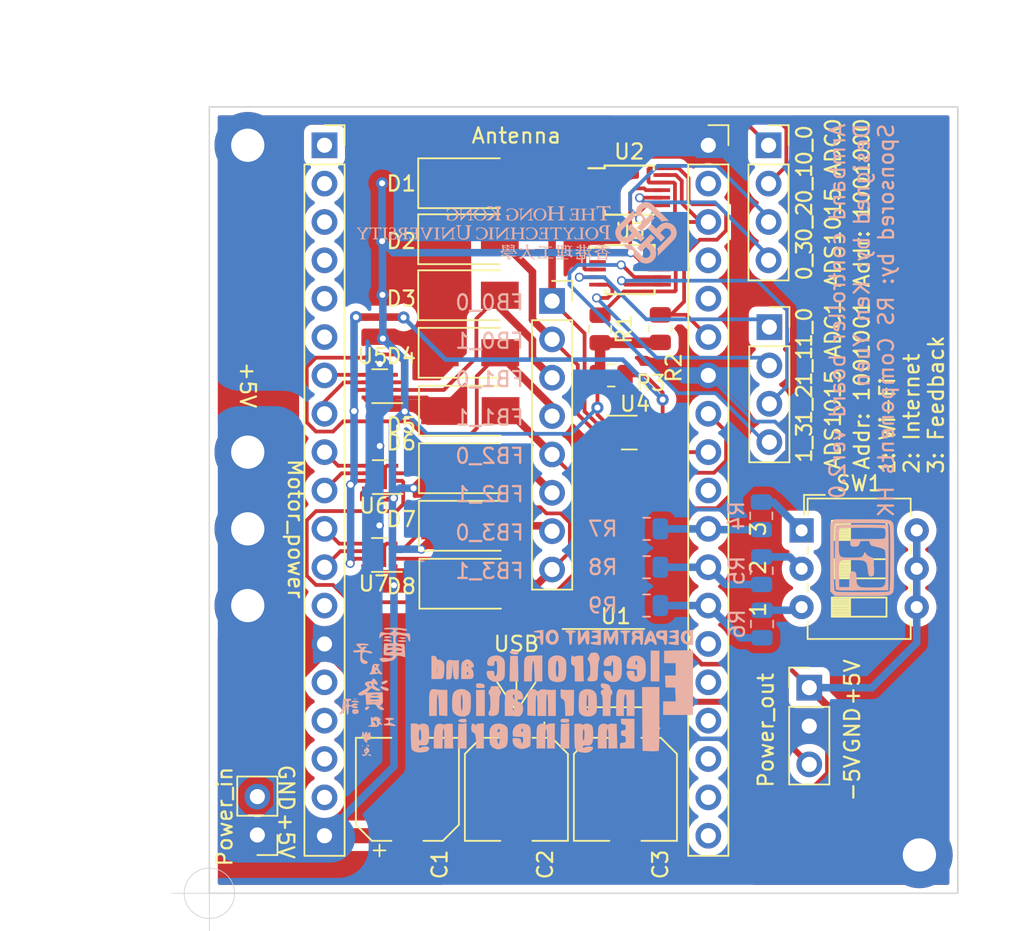
<source format=kicad_pcb>
(kicad_pcb (version 20171130) (host pcbnew "(5.1.10)-1")
  (layers (0 F.Cu signal) (31 B.Cu signal) (34 B.Paste user) (35 F.Paste user) (36 B.SilkS user) (37 F.SilkS user) (38 B.Mask user) (39 F.Mask user) (44 Edge.Cuts user))
  (net 0 "")
  (net 1 GND)
  (net 2 +5V)
  (net 3 "Net-(C2-Pad2)")
  (net 4 "Net-(C2-Pad1)")
  (net 5 -VDC)
  (net 6 /FBOUT0_0)
  (net 7 /FBOUT0_1)
  (net 8 /FBOUT1_0)
  (net 9 /FBOUT1_1)
  (net 10 /FBOUT2_0)
  (net 11 /FBOUT2_1)
  (net 12 /FBOUT3_0)
  (net 13 /FBOUT3_1)
  (net 14 /FBIN3_1)
  (net 15 /FBIN3_0)
  (net 16 /FBIN2_1)
  (net 17 /FBIN2_0)
  (net 18 /FBIN1_1)
  (net 19 /FBIN1_0)
  (net 20 /FBIN0_1)
  (net 21 /FBIN0_0)
  (net 22 /SCL)
  (net 23 "Net-(J5-Pad4)")
  (net 24 "Net-(J5-Pad3)")
  (net 25 "Net-(J5-Pad2)")
  (net 26 "Net-(J5-Pad1)")
  (net 27 "Net-(J6-Pad4)")
  (net 28 "Net-(J6-Pad3)")
  (net 29 "Net-(J6-Pad2)")
  (net 30 "Net-(J6-Pad1)")
  (net 31 "Net-(J4-Pad13)")
  (net 32 "Net-(J4-Pad12)")
  (net 33 "Net-(J4-Pad11)")
  (net 34 "Net-(R6-Pad1)")
  (net 35 /SDA)
  (net 36 "Net-(R3-Pad2)")
  (net 37 "Net-(R4-Pad1)")
  (net 38 "Net-(R5-Pad1)")
  (module Logo:RS_icon_small (layer B.Cu) (at 187.96 80.645 270)
    (fp_text reference G*** hide)
    (fp_text value LOGO hide)
  )
  (module Logo:polyu_icon_small (layer B.Cu) (at 165.1 59.055 180)
    (fp_text reference G*** hide)
    (fp_text value LOGO hide)
  )
  (module Logo:eie_icon_small_2 (layer B.Cu) (at 165.1 89.535 180)
    (fp_text reference G*** hide)
    (fp_text value LOGO hide)
  )
  (module MountingHole:MountingHole_2.2mm_M2_Pad (layer F.Cu) (at 147.32 78.74)
    (fp_text reference H4 hide)
    (fp_text value MountingHole_Pad)
    (pad 1 thru_hole circle (at 0 0) (size 4.4 4.4) (drill 2.2) (layers *.Cu *.Mask) (net 2 +5V))
  )
  (module Package_SON:WSON-8-1EP_2x2mm_P0.5mm_EP0.9x1.6mm (layer F.Cu) (at 156.0322 80.4672 180)
    (fp_text reference U7 (at 0.38 -1.9) (layer F.SilkS))
    (fp_text value DRV8837)
    (pad 6 smd rect (at 0.95 0.25 180) (size 0.5 0.25) (layers F.Cu F.Paste F.Mask) (net 14 /FBIN3_1))
    (pad 5 smd rect (at 0.95 0.75 180) (size 0.5 0.25) (layers F.Cu F.Paste F.Mask) (net 15 /FBIN3_0))
    (pad 4 smd rect (at -0.95 0.75 180) (size 0.5 0.25) (layers F.Cu F.Paste F.Mask) (net 1 GND))
    (pad 2 smd rect (at -0.95 -0.25 180) (size 0.5 0.25) (layers F.Cu F.Paste F.Mask) (net 12 /FBOUT3_0))
    (pad 1 smd rect (at -0.95 -0.75 180) (size 0.5 0.25) (layers F.Cu F.Paste F.Mask) (net 2 +5V))
    (pad 9 smd rect (at 0 0 180) (size 0.9 1.6) (layers F.Cu F.Mask) (net 1 GND))
    (pad 8 smd rect (at 0.95 -0.75 180) (size 0.5 0.25) (layers F.Cu F.Paste F.Mask) (net 2 +5V))
    (pad 7 smd rect (at 0.95 -0.25 180) (size 0.5 0.25) (layers F.Cu F.Paste F.Mask) (net 36 "Net-(R3-Pad2)"))
    (pad 3 smd rect (at -0.95 0.25 180) (size 0.5 0.25) (layers F.Cu F.Paste F.Mask) (net 13 /FBOUT3_1))
  )
  (module Package_SON:WSON-8-1EP_2x2mm_P0.5mm_EP0.9x1.6mm (layer F.Cu) (at 156.083 75.311 180)
    (fp_text reference U6 (at 0.38 -1.9) (layer F.SilkS))
    (fp_text value DRV8837)
    (pad 6 smd rect (at 0.95 0.25 180) (size 0.5 0.25) (layers F.Cu F.Paste F.Mask) (net 16 /FBIN2_1))
    (pad 5 smd rect (at 0.95 0.75 180) (size 0.5 0.25) (layers F.Cu F.Paste F.Mask) (net 17 /FBIN2_0))
    (pad 4 smd rect (at -0.95 0.75 180) (size 0.5 0.25) (layers F.Cu F.Paste F.Mask) (net 1 GND))
    (pad 2 smd rect (at -0.95 -0.25 180) (size 0.5 0.25) (layers F.Cu F.Paste F.Mask) (net 10 /FBOUT2_0))
    (pad 1 smd rect (at -0.95 -0.75 180) (size 0.5 0.25) (layers F.Cu F.Paste F.Mask) (net 2 +5V))
    (pad 9 smd rect (at 0 0 180) (size 0.9 1.6) (layers F.Cu F.Mask) (net 1 GND))
    (pad 8 smd rect (at 0.95 -0.75 180) (size 0.5 0.25) (layers F.Cu F.Paste F.Mask) (net 2 +5V))
    (pad 7 smd rect (at 0.95 -0.25 180) (size 0.5 0.25) (layers F.Cu F.Paste F.Mask) (net 36 "Net-(R3-Pad2)"))
    (pad 3 smd rect (at -0.95 0.25 180) (size 0.5 0.25) (layers F.Cu F.Paste F.Mask) (net 11 /FBOUT2_1))
  )
  (module Package_SON:WSON-8-1EP_2x2mm_P0.5mm_EP0.9x1.6mm (layer F.Cu) (at 156.0576 69.2912 180)
    (fp_text reference U5 (at 0.4826 1.9812) (layer F.SilkS))
    (fp_text value DRV8837)
    (pad 6 smd rect (at 0.95 0.25 180) (size 0.5 0.25) (layers F.Cu F.Paste F.Mask) (net 18 /FBIN1_1))
    (pad 5 smd rect (at 0.95 0.75 180) (size 0.5 0.25) (layers F.Cu F.Paste F.Mask) (net 19 /FBIN1_0))
    (pad 4 smd rect (at -0.95 0.75 180) (size 0.5 0.25) (layers F.Cu F.Paste F.Mask) (net 1 GND))
    (pad 2 smd rect (at -0.95 -0.25 180) (size 0.5 0.25) (layers F.Cu F.Paste F.Mask) (net 8 /FBOUT1_0))
    (pad 1 smd rect (at -0.95 -0.75 180) (size 0.5 0.25) (layers F.Cu F.Paste F.Mask) (net 2 +5V))
    (pad 9 smd rect (at 0 0 180) (size 0.9 1.6) (layers F.Cu F.Mask) (net 1 GND))
    (pad 8 smd rect (at 0.95 -0.75 180) (size 0.5 0.25) (layers F.Cu F.Paste F.Mask) (net 2 +5V))
    (pad 7 smd rect (at 0.95 -0.25 180) (size 0.5 0.25) (layers F.Cu F.Paste F.Mask) (net 36 "Net-(R3-Pad2)"))
    (pad 3 smd rect (at -0.95 0.25 180) (size 0.5 0.25) (layers F.Cu F.Paste F.Mask) (net 9 /FBOUT1_1))
  )
  (module Package_SON:WSON-8-1EP_2x2mm_P0.5mm_EP0.9x1.6mm (layer F.Cu) (at 172.5676 72.3646)
    (fp_text reference U4 (at 0.38 -1.9) (layer F.SilkS))
    (fp_text value DRV8837)
    (pad 6 smd rect (at 0.95 0.25) (size 0.5 0.25) (layers F.Cu F.Paste F.Mask) (net 20 /FBIN0_1))
    (pad 5 smd rect (at 0.95 0.75) (size 0.5 0.25) (layers F.Cu F.Paste F.Mask) (net 21 /FBIN0_0))
    (pad 4 smd rect (at -0.95 0.75) (size 0.5 0.25) (layers F.Cu F.Paste F.Mask) (net 1 GND))
    (pad 2 smd rect (at -0.95 -0.25) (size 0.5 0.25) (layers F.Cu F.Paste F.Mask) (net 6 /FBOUT0_0))
    (pad 1 smd rect (at -0.95 -0.75) (size 0.5 0.25) (layers F.Cu F.Paste F.Mask) (net 2 +5V))
    (pad 9 smd rect (at 0 0) (size 0.9 1.6) (layers F.Cu F.Mask) (net 1 GND))
    (pad 8 smd rect (at 0.95 -0.75) (size 0.5 0.25) (layers F.Cu F.Paste F.Mask) (net 2 +5V))
    (pad 7 smd rect (at 0.95 -0.25) (size 0.5 0.25) (layers F.Cu F.Paste F.Mask) (net 36 "Net-(R3-Pad2)"))
    (pad 3 smd rect (at -0.95 0.25) (size 0.5 0.25) (layers F.Cu F.Paste F.Mask) (net 7 /FBOUT0_1))
  )
  (module Package_SO:TSSOP-10_3x3mm_P0.5mm (layer F.Cu) (at 172.6184 61.5696)
    (fp_text reference U3 (at 0 -2.55) (layer F.SilkS))
    (fp_text value ADS1015)
    (pad 10 smd rect (at 2.15 -1) (size 1.1 0.25) (layers F.Cu F.Paste F.Mask) (net 22 /SCL))
    (pad 9 smd rect (at 2.15 -0.5) (size 1.1 0.25) (layers F.Cu F.Paste F.Mask) (net 35 /SDA))
    (pad 8 smd rect (at 2.15 0) (size 1.1 0.25) (layers F.Cu F.Paste F.Mask) (net 2 +5V))
    (pad 7 smd rect (at 2.15 0.5) (size 1.1 0.25) (layers F.Cu F.Paste F.Mask) (net 27 "Net-(J6-Pad4)"))
    (pad 6 smd rect (at 2.15 1) (size 1.1 0.25) (layers F.Cu F.Paste F.Mask) (net 28 "Net-(J6-Pad3)"))
    (pad 5 smd rect (at -2.15 1) (size 1.1 0.25) (layers F.Cu F.Paste F.Mask) (net 29 "Net-(J6-Pad2)"))
    (pad 4 smd rect (at -2.15 0.5) (size 1.1 0.25) (layers F.Cu F.Paste F.Mask) (net 30 "Net-(J6-Pad1)"))
    (pad 3 smd rect (at -2.15 0) (size 1.1 0.25) (layers F.Cu F.Paste F.Mask) (net 1 GND))
    (pad 2 smd rect (at -2.15 -0.5) (size 1.1 0.25) (layers F.Cu F.Paste F.Mask))
    (pad 1 smd rect (at -2.15 -1) (size 1.1 0.25) (layers F.Cu F.Paste F.Mask) (net 2 +5V))
  )
  (module Package_SO:TSSOP-10_3x3mm_P0.5mm (layer F.Cu) (at 172.5676 56.3118)
    (fp_text reference U2 (at 0 -2.55) (layer F.SilkS))
    (fp_text value ADS1015)
    (pad 10 smd rect (at 2.15 -1) (size 1.1 0.25) (layers F.Cu F.Paste F.Mask) (net 22 /SCL))
    (pad 9 smd rect (at 2.15 -0.5) (size 1.1 0.25) (layers F.Cu F.Paste F.Mask) (net 35 /SDA))
    (pad 8 smd rect (at 2.15 0) (size 1.1 0.25) (layers F.Cu F.Paste F.Mask) (net 2 +5V))
    (pad 7 smd rect (at 2.15 0.5) (size 1.1 0.25) (layers F.Cu F.Paste F.Mask) (net 23 "Net-(J5-Pad4)"))
    (pad 6 smd rect (at 2.15 1) (size 1.1 0.25) (layers F.Cu F.Paste F.Mask) (net 24 "Net-(J5-Pad3)"))
    (pad 5 smd rect (at -2.15 1) (size 1.1 0.25) (layers F.Cu F.Paste F.Mask) (net 25 "Net-(J5-Pad2)"))
    (pad 4 smd rect (at -2.15 0.5) (size 1.1 0.25) (layers F.Cu F.Paste F.Mask) (net 26 "Net-(J5-Pad1)"))
    (pad 3 smd rect (at -2.15 0) (size 1.1 0.25) (layers F.Cu F.Paste F.Mask) (net 1 GND))
    (pad 2 smd rect (at -2.15 -0.5) (size 1.1 0.25) (layers F.Cu F.Paste F.Mask))
    (pad 1 smd rect (at -2.15 -1) (size 1.1 0.25) (layers F.Cu F.Paste F.Mask) (net 1 GND))
  )
  (module Package_SO:SOP-8_3.76x4.96mm_P1.27mm (layer F.Cu) (at 171.6786 87.9602)
    (fp_text reference U1 (at 0 -3.43) (layer F.SilkS))
    (fp_text value ICL7660M/TR)
    (pad 8 smd roundrect (at 2.5375 -1.905) (size 1.975 0.65) (layers F.Cu F.Paste F.Mask) (net 2 +5V))
    (pad 7 smd roundrect (at 2.5375 -0.635) (size 1.975 0.65) (layers F.Cu F.Paste F.Mask))
    (pad 6 smd roundrect (at 2.5375 0.635) (size 1.975 0.65) (layers F.Cu F.Paste F.Mask))
    (pad 5 smd roundrect (at 2.5375 1.905) (size 1.975 0.65) (layers F.Cu F.Paste F.Mask) (net 5 -VDC))
    (pad 4 smd roundrect (at -2.5375 1.905) (size 1.975 0.65) (layers F.Cu F.Paste F.Mask) (net 3 "Net-(C2-Pad2)"))
    (pad 3 smd roundrect (at -2.5375 0.635) (size 1.975 0.65) (layers F.Cu F.Paste F.Mask) (net 1 GND))
    (pad 2 smd roundrect (at -2.5375 -0.635) (size 1.975 0.65) (layers F.Cu F.Paste F.Mask) (net 4 "Net-(C2-Pad1)"))
    (pad 1 smd roundrect (at -2.5375 -1.905) (size 1.975 0.65) (layers F.Cu F.Paste F.Mask))
  )
  (module Button_Switch_THT:SW_DIP_SPSTx03_Slide_6.7x9.18mm_W7.62mm_P2.54mm_LowProfile (layer F.Cu) (at 183.9722 78.8416)
    (fp_text reference SW1 (at 3.81 -3.11) (layer F.SilkS))
    (fp_text value SW_DIP_x03)
    (pad 6 thru_hole oval (at 7.62 0) (size 1.6 1.6) (drill 0.8) (layers *.Cu *.Mask) (net 2 +5V))
    (pad 3 thru_hole oval (at 0 5.08) (size 1.6 1.6) (drill 0.8) (layers *.Cu *.Mask) (net 34 "Net-(R6-Pad1)"))
    (pad 5 thru_hole oval (at 7.62 2.54) (size 1.6 1.6) (drill 0.8) (layers *.Cu *.Mask) (net 2 +5V))
    (pad 2 thru_hole oval (at 0 2.54) (size 1.6 1.6) (drill 0.8) (layers *.Cu *.Mask) (net 38 "Net-(R5-Pad1)"))
    (pad 4 thru_hole oval (at 7.62 5.08) (size 1.6 1.6) (drill 0.8) (layers *.Cu *.Mask) (net 2 +5V))
    (pad 1 thru_hole rect (at 0 0) (size 1.6 1.6) (drill 0.8) (layers *.Cu *.Mask) (net 37 "Net-(R4-Pad1)"))
  )
  (module Resistor_SMD:R_0805_2012Metric (layer B.Cu) (at 173.7106 83.82)
    (fp_text reference R9 (at -2.8956 0) (layer B.SilkS) (effects (justify mirror)))
    (fp_text value 47K)
    (pad 2 smd roundrect (at 0.9125 0) (size 1.025 1.4) (layers B.Cu B.Paste B.Mask) (roundrect_rratio 0.2439014634146341) (net 31 "Net-(J4-Pad13)"))
    (pad 1 smd roundrect (at -0.9125 0) (size 1.025 1.4) (layers B.Cu B.Paste B.Mask) (roundrect_rratio 0.2439014634146341) (net 1 GND))
  )
  (module Resistor_SMD:R_0805_2012Metric (layer B.Cu) (at 173.7106 81.28)
    (fp_text reference R8 (at -2.8956 0) (layer B.SilkS) (effects (justify mirror)))
    (fp_text value 47K)
    (pad 2 smd roundrect (at 0.9125 0) (size 1.025 1.4) (layers B.Cu B.Paste B.Mask) (roundrect_rratio 0.2439014634146341) (net 32 "Net-(J4-Pad12)"))
    (pad 1 smd roundrect (at -0.9125 0) (size 1.025 1.4) (layers B.Cu B.Paste B.Mask) (roundrect_rratio 0.2439014634146341) (net 1 GND))
  )
  (module Resistor_SMD:R_0805_2012Metric (layer B.Cu) (at 173.7106 78.74)
    (fp_text reference R7 (at -2.8956 0) (layer B.SilkS) (effects (justify mirror)))
    (fp_text value 47K)
    (pad 2 smd roundrect (at 0.9125 0) (size 1.025 1.4) (layers B.Cu B.Paste B.Mask) (roundrect_rratio 0.2439014634146341) (net 33 "Net-(J4-Pad11)"))
    (pad 1 smd roundrect (at -0.9125 0) (size 1.025 1.4) (layers B.Cu B.Paste B.Mask) (roundrect_rratio 0.2439014634146341) (net 1 GND))
  )
  (module Resistor_SMD:R_0805_2012Metric (layer B.Cu) (at 181.356 85.0392 270)
    (fp_text reference R6 (at 0 1.65 270) (layer B.SilkS) (effects (justify mirror)))
    (fp_text value 1K)
    (pad 2 smd roundrect (at 0.9125 0 270) (size 1.025 1.4) (layers B.Cu B.Paste B.Mask) (roundrect_rratio 0.2439014634146341) (net 31 "Net-(J4-Pad13)"))
    (pad 1 smd roundrect (at -0.9125 0 270) (size 1.025 1.4) (layers B.Cu B.Paste B.Mask) (roundrect_rratio 0.2439014634146341) (net 34 "Net-(R6-Pad1)"))
  )
  (module Resistor_SMD:R_0805_2012Metric (layer B.Cu) (at 181.3306 81.5086 270)
    (fp_text reference R5 (at 0 1.65 90) (layer B.SilkS) (effects (justify mirror)))
    (fp_text value 1K)
    (pad 2 smd roundrect (at 0.9125 0 270) (size 1.025 1.4) (layers B.Cu B.Paste B.Mask) (roundrect_rratio 0.2439014634146341) (net 32 "Net-(J4-Pad12)"))
    (pad 1 smd roundrect (at -0.9125 0 270) (size 1.025 1.4) (layers B.Cu B.Paste B.Mask) (roundrect_rratio 0.2439014634146341) (net 38 "Net-(R5-Pad1)"))
  )
  (module Resistor_SMD:R_0805_2012Metric (layer B.Cu) (at 181.3052 77.8764 270)
    (fp_text reference R4 (at 0 1.65 90) (layer B.SilkS) (effects (justify mirror)))
    (fp_text value 1K)
    (pad 2 smd roundrect (at 0.9125 0 270) (size 1.025 1.4) (layers B.Cu B.Paste B.Mask) (roundrect_rratio 0.2439014634146341) (net 33 "Net-(J4-Pad11)"))
    (pad 1 smd roundrect (at -0.9125 0 270) (size 1.025 1.4) (layers B.Cu B.Paste B.Mask) (roundrect_rratio 0.2439014634146341) (net 37 "Net-(R4-Pad1)"))
  )
  (module Resistor_SMD:R_0805_2012Metric (layer F.Cu) (at 171.3738 68.58)
    (fp_text reference R3 (at 2.6162 0.508) (layer F.SilkS))
    (fp_text value 10K)
    (pad 2 smd roundrect (at 0.9125 0) (size 1.025 1.4) (layers F.Cu F.Paste F.Mask) (roundrect_rratio 0.2439014634146341) (net 36 "Net-(R3-Pad2)"))
    (pad 1 smd roundrect (at -0.9125 0) (size 1.025 1.4) (layers F.Cu F.Paste F.Mask) (roundrect_rratio 0.2439014634146341) (net 2 +5V))
  )
  (module Resistor_SMD:R_0805_2012Metric (layer F.Cu) (at 174.625 65.4812 90)
    (fp_text reference R2 (at -2.5908 0.889 90) (layer F.SilkS))
    (fp_text value 10K)
    (pad 2 smd roundrect (at 0.9125 0 90) (size 1.025 1.4) (layers F.Cu F.Paste F.Mask) (roundrect_rratio 0.2439014634146341) (net 35 /SDA))
    (pad 1 smd roundrect (at -0.9125 0 90) (size 1.025 1.4) (layers F.Cu F.Paste F.Mask) (roundrect_rratio 0.2439014634146341) (net 2 +5V))
  )
  (module Resistor_SMD:R_0805_2012Metric (layer F.Cu) (at 170.6372 65.5066 90)
    (fp_text reference R1 (at 0 1.5748 90) (layer F.SilkS))
    (fp_text value 10K)
    (pad 2 smd roundrect (at 0.9125 0 90) (size 1.025 1.4) (layers F.Cu F.Paste F.Mask) (roundrect_rratio 0.2439014634146341) (net 22 /SCL))
    (pad 1 smd roundrect (at -0.9125 0 90) (size 1.025 1.4) (layers F.Cu F.Paste F.Mask) (roundrect_rratio 0.2439014634146341) (net 2 +5V))
  )
  (module Connector_PinSocket_2.54mm:PinSocket_1x08_P2.54mm_Vertical (layer F.Cu) (at 167.4622 63.6524)
    (fp_text reference J7 hide)
    (fp_text value Motor_out)
    (pad 8 thru_hole oval (at 0 17.78) (size 1.7 1.7) (drill 1) (layers *.Cu *.Mask) (net 13 /FBOUT3_1))
    (pad 7 thru_hole oval (at 0 15.24) (size 1.7 1.7) (drill 1) (layers *.Cu *.Mask) (net 12 /FBOUT3_0))
    (pad 6 thru_hole oval (at 0 12.7) (size 1.7 1.7) (drill 1) (layers *.Cu *.Mask) (net 11 /FBOUT2_1))
    (pad 5 thru_hole oval (at 0 10.16) (size 1.7 1.7) (drill 1) (layers *.Cu *.Mask) (net 10 /FBOUT2_0))
    (pad 4 thru_hole oval (at 0 7.62) (size 1.7 1.7) (drill 1) (layers *.Cu *.Mask) (net 9 /FBOUT1_1))
    (pad 3 thru_hole oval (at 0 5.08) (size 1.7 1.7) (drill 1) (layers *.Cu *.Mask) (net 8 /FBOUT1_0))
    (pad 2 thru_hole oval (at 0 2.54) (size 1.7 1.7) (drill 1) (layers *.Cu *.Mask) (net 7 /FBOUT0_1))
    (pad 1 thru_hole rect (at 0 0) (size 1.7 1.7) (drill 1) (layers *.Cu *.Mask) (net 6 /FBOUT0_0))
  )
  (module Connector_PinSocket_2.54mm:PinSocket_1x04_P2.54mm_Vertical (layer F.Cu) (at 181.8386 65.3796)
    (fp_text reference J6 hide)
    (fp_text value ADC1_in)
    (pad 4 thru_hole oval (at 0 7.62) (size 1.7 1.7) (drill 1) (layers *.Cu *.Mask) (net 27 "Net-(J6-Pad4)"))
    (pad 3 thru_hole oval (at 0 5.08) (size 1.7 1.7) (drill 1) (layers *.Cu *.Mask) (net 28 "Net-(J6-Pad3)"))
    (pad 2 thru_hole oval (at 0 2.54) (size 1.7 1.7) (drill 1) (layers *.Cu *.Mask) (net 29 "Net-(J6-Pad2)"))
    (pad 1 thru_hole rect (at 0 0) (size 1.7 1.7) (drill 1) (layers *.Cu *.Mask) (net 30 "Net-(J6-Pad1)"))
  )
  (module Connector_PinSocket_2.54mm:PinSocket_1x04_P2.54mm_Vertical (layer F.Cu) (at 181.7878 53.34)
    (fp_text reference J5 hide)
    (fp_text value ADC0_in)
    (pad 4 thru_hole oval (at 0 7.62) (size 1.7 1.7) (drill 1) (layers *.Cu *.Mask) (net 23 "Net-(J5-Pad4)"))
    (pad 3 thru_hole oval (at 0 5.08) (size 1.7 1.7) (drill 1) (layers *.Cu *.Mask) (net 24 "Net-(J5-Pad3)"))
    (pad 2 thru_hole oval (at 0 2.54) (size 1.7 1.7) (drill 1) (layers *.Cu *.Mask) (net 25 "Net-(J5-Pad2)"))
    (pad 1 thru_hole rect (at 0 0) (size 1.7 1.7) (drill 1) (layers *.Cu *.Mask) (net 26 "Net-(J5-Pad1)"))
  )
  (module Connector_PinSocket_2.54mm:PinSocket_1x19_P2.54mm_Vertical (layer F.Cu) (at 177.8 53.34)
    (fp_text reference J4 hide)
    (fp_text value ESP32R)
    (pad 19 thru_hole oval (at 0 45.72) (size 1.7 1.7) (drill 1) (layers *.Cu *.Mask))
    (pad 18 thru_hole oval (at 0 43.18) (size 1.7 1.7) (drill 1) (layers *.Cu *.Mask))
    (pad 17 thru_hole oval (at 0 40.64) (size 1.7 1.7) (drill 1) (layers *.Cu *.Mask))
    (pad 16 thru_hole oval (at 0 38.1) (size 1.7 1.7) (drill 1) (layers *.Cu *.Mask))
    (pad 15 thru_hole oval (at 0 35.56) (size 1.7 1.7) (drill 1) (layers *.Cu *.Mask))
    (pad 14 thru_hole oval (at 0 33.02) (size 1.7 1.7) (drill 1) (layers *.Cu *.Mask))
    (pad 13 thru_hole oval (at 0 30.48) (size 1.7 1.7) (drill 1) (layers *.Cu *.Mask) (net 31 "Net-(J4-Pad13)"))
    (pad 12 thru_hole oval (at 0 27.94) (size 1.7 1.7) (drill 1) (layers *.Cu *.Mask) (net 32 "Net-(J4-Pad12)"))
    (pad 11 thru_hole oval (at 0 25.4) (size 1.7 1.7) (drill 1) (layers *.Cu *.Mask) (net 33 "Net-(J4-Pad11)"))
    (pad 10 thru_hole oval (at 0 22.86) (size 1.7 1.7) (drill 1) (layers *.Cu *.Mask))
    (pad 9 thru_hole oval (at 0 20.32) (size 1.7 1.7) (drill 1) (layers *.Cu *.Mask) (net 20 /FBIN0_1))
    (pad 8 thru_hole oval (at 0 17.78) (size 1.7 1.7) (drill 1) (layers *.Cu *.Mask) (net 21 /FBIN0_0))
    (pad 7 thru_hole oval (at 0 15.24) (size 1.7 1.7) (drill 1) (layers *.Cu *.Mask) (net 1 GND))
    (pad 6 thru_hole oval (at 0 12.7) (size 1.7 1.7) (drill 1) (layers *.Cu *.Mask) (net 35 /SDA))
    (pad 5 thru_hole oval (at 0 10.16) (size 1.7 1.7) (drill 1) (layers *.Cu *.Mask))
    (pad 4 thru_hole oval (at 0 7.62) (size 1.7 1.7) (drill 1) (layers *.Cu *.Mask))
    (pad 3 thru_hole oval (at 0 5.08) (size 1.7 1.7) (drill 1) (layers *.Cu *.Mask) (net 22 /SCL))
    (pad 2 thru_hole oval (at 0 2.54) (size 1.7 1.7) (drill 1) (layers *.Cu *.Mask))
    (pad 1 thru_hole rect (at 0 0) (size 1.7 1.7) (drill 1) (layers *.Cu *.Mask) (net 1 GND))
  )
  (module Connector_PinSocket_2.54mm:PinSocket_1x19_P2.54mm_Vertical (layer F.Cu) (at 152.4 53.34)
    (fp_text reference J3 hide)
    (fp_text value ESP32L)
    (pad 19 thru_hole oval (at 0 45.72) (size 1.7 1.7) (drill 1) (layers *.Cu *.Mask) (net 2 +5V))
    (pad 18 thru_hole oval (at 0 43.18) (size 1.7 1.7) (drill 1) (layers *.Cu *.Mask))
    (pad 17 thru_hole oval (at 0 40.64) (size 1.7 1.7) (drill 1) (layers *.Cu *.Mask))
    (pad 16 thru_hole oval (at 0 38.1) (size 1.7 1.7) (drill 1) (layers *.Cu *.Mask))
    (pad 15 thru_hole oval (at 0 35.56) (size 1.7 1.7) (drill 1) (layers *.Cu *.Mask))
    (pad 14 thru_hole oval (at 0 33.02) (size 1.7 1.7) (drill 1) (layers *.Cu *.Mask) (net 1 GND))
    (pad 13 thru_hole oval (at 0 30.48) (size 1.7 1.7) (drill 1) (layers *.Cu *.Mask))
    (pad 12 thru_hole oval (at 0 27.94) (size 1.7 1.7) (drill 1) (layers *.Cu *.Mask) (net 14 /FBIN3_1))
    (pad 11 thru_hole oval (at 0 25.4) (size 1.7 1.7) (drill 1) (layers *.Cu *.Mask) (net 15 /FBIN3_0))
    (pad 10 thru_hole oval (at 0 22.86) (size 1.7 1.7) (drill 1) (layers *.Cu *.Mask) (net 16 /FBIN2_1))
    (pad 9 thru_hole oval (at 0 20.32) (size 1.7 1.7) (drill 1) (layers *.Cu *.Mask) (net 17 /FBIN2_0))
    (pad 8 thru_hole oval (at 0 17.78) (size 1.7 1.7) (drill 1) (layers *.Cu *.Mask) (net 18 /FBIN1_1))
    (pad 7 thru_hole oval (at 0 15.24) (size 1.7 1.7) (drill 1) (layers *.Cu *.Mask) (net 19 /FBIN1_0))
    (pad 6 thru_hole oval (at 0 12.7) (size 1.7 1.7) (drill 1) (layers *.Cu *.Mask))
    (pad 5 thru_hole oval (at 0 10.16) (size 1.7 1.7) (drill 1) (layers *.Cu *.Mask))
    (pad 4 thru_hole oval (at 0 7.62) (size 1.7 1.7) (drill 1) (layers *.Cu *.Mask))
    (pad 3 thru_hole oval (at 0 5.08) (size 1.7 1.7) (drill 1) (layers *.Cu *.Mask))
    (pad 2 thru_hole oval (at 0 2.54) (size 1.7 1.7) (drill 1) (layers *.Cu *.Mask))
    (pad 1 thru_hole rect (at 0 0) (size 1.7 1.7) (drill 1) (layers *.Cu *.Mask))
  )
  (module Connector_PinHeader_2.54mm:PinHeader_1x03_P2.54mm_Vertical (layer F.Cu) (at 184.4802 89.2556)
    (fp_text reference J2 hide)
    (fp_text value Power_out (at -2.8702 2.8194 90) (layer F.SilkS))
    (pad 3 thru_hole oval (at 0 5.08) (size 1.7 1.7) (drill 1) (layers *.Cu *.Mask) (net 5 -VDC))
    (pad 2 thru_hole oval (at 0 2.54) (size 1.7 1.7) (drill 1) (layers *.Cu *.Mask) (net 1 GND))
    (pad 1 thru_hole rect (at 0 0) (size 1.7 1.7) (drill 1) (layers *.Cu *.Mask) (net 2 +5V))
  )
  (module Connector_PinHeader_2.54mm:PinHeader_1x02_P2.54mm_Vertical (layer F.Cu) (at 147.955 99.0092 180)
    (fp_text reference J1 hide)
    (fp_text value Power_in (at 2.159 1.2192 -90) (layer F.SilkS))
    (pad 2 thru_hole oval (at 0 2.54 180) (size 1.7 1.7) (drill 1) (layers *.Cu *.Mask) (net 1 GND))
    (pad 1 thru_hole rect (at 0 0 180) (size 1.7 1.7) (drill 1) (layers *.Cu *.Mask) (net 2 +5V))
  )
  (module MountingHole:MountingHole_2.2mm_M2_Pad (layer F.Cu) (at 147.32 83.82)
    (fp_text reference H5 hide)
    (fp_text value MountingHole_Pad)
    (pad 1 thru_hole circle (at 0 0) (size 4.4 4.4) (drill 2.2) (layers *.Cu *.Mask) (net 2 +5V))
  )
  (module MountingHole:MountingHole_2.2mm_M2_Pad (layer F.Cu) (at 147.32 73.66)
    (fp_text reference H3 hide)
    (fp_text value MountingHole_Pad)
    (pad 1 thru_hole circle (at 0 0) (size 4.4 4.4) (drill 2.2) (layers *.Cu *.Mask) (net 2 +5V))
  )
  (module MountingHole:MountingHole_2.2mm_M2_Pad (layer F.Cu) (at 191.77 100.33)
    (fp_text reference H2 hide)
    (fp_text value MountingHole_Pad)
    (pad 1 thru_hole circle (at 0 0) (size 4.4 4.4) (drill 2.2) (layers *.Cu *.Mask) (net 1 GND))
  )
  (module MountingHole:MountingHole_2.2mm_M2_Pad (layer F.Cu) (at 147.32 53.34)
    (fp_text reference H1 hide)
    (fp_text value MountingHole_Pad)
    (pad 1 thru_hole circle (at 0 0) (size 4.4 4.4) (drill 2.2) (layers *.Cu *.Mask) (net 1 GND))
  )
  (module Diode_SMD:D_SMA (layer F.Cu) (at 162.0774 82.3722)
    (fp_text reference D8 (at -4.5974 0.1778) (layer F.SilkS))
    (fp_text value SS14)
    (pad 2 smd rect (at 2 0) (size 2.5 1.8) (layers F.Cu F.Paste F.Mask) (net 13 /FBOUT3_1))
    (pad 1 smd rect (at -2 0) (size 2.5 1.8) (layers F.Cu F.Paste F.Mask) (net 2 +5V))
  )
  (module Diode_SMD:D_SMA (layer F.Cu) (at 162.052 78.5368)
    (fp_text reference D7 (at -4.572 -0.4318) (layer F.SilkS))
    (fp_text value SS14)
    (pad 2 smd rect (at 2 0) (size 2.5 1.8) (layers F.Cu F.Paste F.Mask) (net 12 /FBOUT3_0))
    (pad 1 smd rect (at -2 0) (size 2.5 1.8) (layers F.Cu F.Paste F.Mask) (net 2 +5V))
  )
  (module Diode_SMD:D_SMA (layer F.Cu) (at 162.052 74.7268)
    (fp_text reference D6 (at -4.572 -1.7018) (layer F.SilkS))
    (fp_text value SS14)
    (pad 2 smd rect (at 2 0) (size 2.5 1.8) (layers F.Cu F.Paste F.Mask) (net 11 /FBOUT2_1))
    (pad 1 smd rect (at -2 0) (size 2.5 1.8) (layers F.Cu F.Paste F.Mask) (net 2 +5V))
  )
  (module Diode_SMD:D_SMA (layer F.Cu) (at 162.052 70.9168)
    (fp_text reference D5 (at -4.572 0.9652) (layer F.SilkS))
    (fp_text value SS14)
    (pad 2 smd rect (at 2 0) (size 2.5 1.8) (layers F.Cu F.Paste F.Mask) (net 10 /FBOUT2_0))
    (pad 1 smd rect (at -2 0) (size 2.5 1.8) (layers F.Cu F.Paste F.Mask) (net 2 +5V))
  )
  (module Diode_SMD:D_SMA (layer F.Cu) (at 162.0266 67.0814)
    (fp_text reference D4 (at -4.5466 0.2286) (layer F.SilkS))
    (fp_text value SS14)
    (pad 2 smd rect (at 2 0) (size 2.5 1.8) (layers F.Cu F.Paste F.Mask) (net 9 /FBOUT1_1))
    (pad 1 smd rect (at -2 0) (size 2.5 1.8) (layers F.Cu F.Paste F.Mask) (net 2 +5V))
  )
  (module Diode_SMD:D_SMA (layer F.Cu) (at 162.0012 63.2714)
    (fp_text reference D3 (at -4.5212 0.2286) (layer F.SilkS))
    (fp_text value SS14)
    (pad 2 smd rect (at 2 0) (size 2.5 1.8) (layers F.Cu F.Paste F.Mask) (net 8 /FBOUT1_0))
    (pad 1 smd rect (at -2 0) (size 2.5 1.8) (layers F.Cu F.Paste F.Mask) (net 2 +5V))
  )
  (module Diode_SMD:D_SMA (layer F.Cu) (at 162.0012 59.563)
    (fp_text reference D2 (at -4.5212 0.127) (layer F.SilkS))
    (fp_text value SS14)
    (pad 2 smd rect (at 2 0) (size 2.5 1.8) (layers F.Cu F.Paste F.Mask) (net 7 /FBOUT0_1))
    (pad 1 smd rect (at -2 0) (size 2.5 1.8) (layers F.Cu F.Paste F.Mask) (net 2 +5V))
  )
  (module Diode_SMD:D_SMA (layer F.Cu) (at 162.0012 55.8546)
    (fp_text reference D1 (at -4.5212 0.0254) (layer F.SilkS))
    (fp_text value SS14)
    (pad 2 smd rect (at 2 0) (size 2.5 1.8) (layers F.Cu F.Paste F.Mask) (net 6 /FBOUT0_0))
    (pad 1 smd rect (at -2 0) (size 2.5 1.8) (layers F.Cu F.Paste F.Mask) (net 2 +5V))
  )
  (module Capacitor_SMD:CP_Elec_6.3x4.5 (layer F.Cu) (at 172.3136 95.9866 270)
    (fp_text reference C3 (at 4.9784 -2.3114 90) (layer F.SilkS))
    (fp_text value 10u)
    (pad 2 smd roundrect (at 2.7 0 270) (size 3.5 1.6) (layers F.Cu F.Paste F.Mask) (roundrect_rratio 0.15625) (net 5 -VDC))
    (pad 1 smd roundrect (at -2.7 0 270) (size 3.5 1.6) (layers F.Cu F.Paste F.Mask) (roundrect_rratio 0.15625) (net 1 GND))
  )
  (module Capacitor_SMD:CP_Elec_6.3x4.5 (layer F.Cu) (at 165.1 95.9866 270)
    (fp_text reference C2 (at 4.9784 -1.905 90) (layer F.SilkS))
    (fp_text value 10u)
    (pad 2 smd roundrect (at 2.7 0 270) (size 3.5 1.6) (layers F.Cu F.Paste F.Mask) (roundrect_rratio 0.15625) (net 3 "Net-(C2-Pad2)"))
    (pad 1 smd roundrect (at -2.7 0 270) (size 3.5 1.6) (layers F.Cu F.Paste F.Mask) (roundrect_rratio 0.15625) (net 4 "Net-(C2-Pad1)"))
  )
  (module Capacitor_SMD:CP_Elec_6.3x4.5 (layer F.Cu) (at 157.8864 95.9866 90)
    (fp_text reference C1 (at -4.9784 2.1336 90) (layer F.SilkS))
    (fp_text value 220u)
    (pad 2 smd roundrect (at 2.7 0 90) (size 3.5 1.6) (layers F.Cu F.Paste F.Mask) (roundrect_rratio 0.15625) (net 1 GND))
    (pad 1 smd roundrect (at -2.7 0 90) (size 3.5 1.6) (layers F.Cu F.Paste F.Mask) (roundrect_rratio 0.15625) (net 2 +5V))
  )
  (gr_text "1: Wi-Fi\n2: Internet\n3: Feedback" (at 191.262 75.184 90) (layer F.SilkS) (effects (font (size 1 1)) (justify left)))
  (gr_text 3 (at 181.102 78.74 90) (layer F.SilkS) (effects (font (size 1 1))))
  (gr_text 2 (at 181.102 81.28 90) (layer F.SilkS) (effects (font (size 1 1))))
  (gr_text 1 (at 181.102 84.074 90) (layer F.SilkS) (effects (font (size 1 1))))
  (gr_text FB3_1 (at 163.322 81.534) (layer B.SilkS) (effects (font (size 1 1)) (justify mirror)))
  (gr_text FB3_0 (at 163.322 78.994) (layer B.SilkS) (effects (font (size 1 1)) (justify mirror)))
  (gr_text FB2_1 (at 163.322 76.454) (layer B.SilkS) (effects (font (size 1 1)) (justify mirror)))
  (gr_text FB2_0 (at 163.322 73.914) (layer B.SilkS) (effects (font (size 1 1)) (justify mirror)))
  (gr_text FB1_1 (at 163.322 71.374) (layer B.SilkS) (effects (font (size 1 1)) (justify mirror)))
  (gr_text FB1_0 (at 163.322 68.834) (layer B.SilkS) (effects (font (size 1 1)) (justify mirror)))
  (gr_text FB0_1 (at 163.322 66.294) (layer B.SilkS) (effects (font (size 1 1)) (justify mirror)))
  (gr_text FB0_0 (at 163.322 63.754) (layer B.SilkS) (effects (font (size 1 1)) (justify mirror)))
  (gr_text Antenna (at 165.1 52.705) (layer F.SilkS) (effects (font (size 1 1))))
  (gr_line (start 165.1 90.805) (end 166.37 88.9) (layer F.SilkS) (width 0.12))
  (gr_line (start 165.1 90.805) (end 163.83 88.9) (layer F.SilkS) (width 0.12))
  (gr_line (start 165.1 87.63) (end 165.1 90.805) (layer F.SilkS) (width 0.12))
  (gr_text USB (at 165.1 86.36) (layer F.SilkS) (effects (font (size 1 1))))
  (gr_text "Armband controller board ver2.0\nDesigned by: Ken Yuen\nSponsored by: RS Components HK" (at 187.96 51.816 90) (layer B.SilkS) (effects (font (size 1 1)) (justify left mirror)))
  (gr_text +5V (at 147.32 69.215 -90) (layer F.SilkS) (effects (font (size 1 1))))
  (gr_text Motor_power (at 150.495 78.74 -90) (layer F.SilkS) (effects (font (size 1 1))))
  (gr_text +5V (at 149.86 99.06 -90) (layer F.SilkS) (effects (font (size 1 1))))
  (gr_text GND (at 149.86 95.885 -90) (layer F.SilkS) (effects (font (size 1 1))))
  (gr_text -5V (at 187.325 95.25 90) (layer F.SilkS) (effects (font (size 1 1))))
  (gr_text GND (at 187.325 92.075 90) (layer F.SilkS) (effects (font (size 1 1))))
  (gr_text +5V (at 187.325 88.9 90) (layer F.SilkS) (effects (font (size 1 1))))
  (gr_text 1_3 (at 184.15 73.025 90) (layer F.SilkS) (effects (font (size 1 1))))
  (gr_text 1_2 (at 184.15 70.485 90) (layer F.SilkS) (effects (font (size 1 1))))
  (gr_text 1_1 (at 184.15 67.945 90) (layer F.SilkS) (effects (font (size 1 1))))
  (gr_text 1_0 (at 184.15 65.405 90) (layer F.SilkS) (effects (font (size 1 1))))
  (gr_text 0_3 (at 184.15 60.96 90) (layer F.SilkS) (effects (font (size 1 1))))
  (gr_text 0_2 (at 184.15 58.42 90) (layer F.SilkS) (effects (font (size 1 1))))
  (gr_text 0_1 (at 184.15 55.88 90) (layer F.SilkS) (effects (font (size 1 1))))
  (gr_text 0_0 (at 184.15 53.34 90) (layer F.SilkS) (effects (font (size 1 1))))
  (gr_text "Addr: 1001001" (at 187.96 69.215 90) (layer F.SilkS) (effects (font (size 1 1))))
  (gr_text "Addr: 1001000" (at 187.96 57.15 90) (layer F.SilkS) (effects (font (size 1 1))))
  (gr_text "ADS1015 ADC1" (at 186.055 69.215 90) (layer F.SilkS) (effects (font (size 1 1))))
  (gr_text "ADS1015 ADC0" (at 186.055 57.15 90) (layer F.SilkS) (effects (font (size 1 1))))
  (target plus (at 144.78 102.87) (size 5) (width 0.05) (layer Edge.Cuts))
  (gr_line (start 194.31 50.8) (end 194.31 102.87) (layer Edge.Cuts) (width 0.1))
  (gr_line (start 144.78 50.8) (end 194.31 50.8) (layer Edge.Cuts) (width 0.1))
  (gr_line (start 144.78 102.87) (end 144.78 50.8) (layer Edge.Cuts) (width 0.1))
  (gr_line (start 194.31 102.87) (end 144.78 102.87) (layer Edge.Cuts) (width 0.1))
  (via (at 156.0322 78.5114) (size 0.6) (drill 0.4) (layers F.Cu B.Cu) (net 1))
  (via (at 156.0576 73.2536) (size 0.6) (drill 0.4) (layers F.Cu B.Cu) (net 1))
  (via (at 156.0576 67.818) (size 0.6) (drill 0.4) (layers F.Cu B.Cu) (net 1))
  (segment (start 152.4 86.605998) (end 152.4 86.36) (width 1) (layer F.Cu) (net 1))
  (segment (start 147.955 91.050998) (end 152.4 86.605998) (width 1) (layer F.Cu) (net 1))
  (segment (start 147.955 96.4692) (end 147.955 91.050998) (width 1) (layer F.Cu) (net 1))
  (segment (start 157.8864 91.8464) (end 157.8864 93.2866) (width 1) (layer F.Cu) (net 1))
  (segment (start 152.4 86.36) (end 157.8864 91.8464) (width 1) (layer F.Cu) (net 1))
  (segment (start 171.06359 100.476556) (end 171.06359 94.53661) (width 0.5) (layer F.Cu) (net 1))
  (segment (start 171.473644 100.88661) (end 171.06359 100.476556) (width 0.5) (layer F.Cu) (net 1))
  (segment (start 179.853192 100.88661) (end 171.473644 100.88661) (width 0.5) (layer F.Cu) (net 1))
  (segment (start 185.780201 94.959601) (end 179.853192 100.88661) (width 0.5) (layer F.Cu) (net 1))
  (segment (start 185.780201 93.095601) (end 185.780201 94.959601) (width 0.5) (layer F.Cu) (net 1))
  (segment (start 171.06359 94.53661) (end 172.3136 93.2866) (width 0.5) (layer F.Cu) (net 1))
  (segment (start 184.4802 91.7956) (end 185.780201 93.095601) (width 0.5) (layer F.Cu) (net 1))
  (segment (start 172.3136 90.7802) (end 172.3136 93.2866) (width 0.5) (layer F.Cu) (net 1))
  (segment (start 170.1286 88.5952) (end 172.3136 90.7802) (width 0.5) (layer F.Cu) (net 1))
  (segment (start 169.1411 88.5952) (end 170.1286 88.5952) (width 0.5) (layer F.Cu) (net 1))
  (segment (start 172.7981 78.74) (end 172.7981 81.28) (width 0.5) (layer B.Cu) (net 1))
  (segment (start 172.7981 81.28) (end 172.7981 83.82) (width 0.5) (layer B.Cu) (net 1))
  (segment (start 170.653536 100.88661) (end 171.06359 100.476556) (width 0.5) (layer F.Cu) (net 1))
  (segment (start 163.73641 100.88661) (end 170.653536 100.88661) (width 0.5) (layer F.Cu) (net 1))
  (segment (start 157.8864 95.0366) (end 163.73641 100.88661) (width 0.5) (layer F.Cu) (net 1))
  (segment (start 157.8864 93.2866) (end 157.8864 95.0366) (width 0.5) (layer F.Cu) (net 1))
  (segment (start 183.635799 92.640001) (end 184.4802 91.7956) (width 0.3) (layer B.Cu) (net 1))
  (segment (start 172.7981 88.214102) (end 177.223999 92.640001) (width 0.3) (layer B.Cu) (net 1))
  (segment (start 177.223999 92.640001) (end 183.635799 92.640001) (width 0.3) (layer B.Cu) (net 1))
  (segment (start 172.7981 83.82) (end 172.7981 88.214102) (width 0.3) (layer B.Cu) (net 1))
  (segment (start 184.4802 91.7956) (end 188.8236 91.7956) (width 1) (layer B.Cu) (net 1))
  (segment (start 190.7794 93.7514) (end 190.7794 98.3234) (width 1) (layer B.Cu) (net 1))
  (segment (start 188.8236 91.7956) (end 190.7794 93.7514) (width 1) (layer B.Cu) (net 1))
  (segment (start 171.177602 56.3118) (end 170.4176 56.3118) (width 0.25) (layer F.Cu) (net 1))
  (segment (start 171.292601 56.196801) (end 171.177602 56.3118) (width 0.25) (layer F.Cu) (net 1))
  (segment (start 171.292601 55.386801) (end 171.292601 56.196801) (width 0.25) (layer F.Cu) (net 1))
  (segment (start 171.2176 55.3118) (end 171.292601 55.386801) (width 0.25) (layer F.Cu) (net 1))
  (segment (start 170.4176 55.3118) (end 171.2176 55.3118) (width 0.25) (layer F.Cu) (net 1))
  (segment (start 173.1894 53.34) (end 177.8 53.34) (width 0.25) (layer F.Cu) (net 1))
  (segment (start 171.2176 55.3118) (end 173.1894 53.34) (width 0.25) (layer F.Cu) (net 1))
  (segment (start 169.593399 61.494599) (end 169.6684 61.5696) (width 0.25) (layer F.Cu) (net 1))
  (segment (start 169.593399 60.184599) (end 169.593399 61.494599) (width 0.25) (layer F.Cu) (net 1))
  (segment (start 169.6684 61.5696) (end 170.4684 61.5696) (width 0.25) (layer F.Cu) (net 1))
  (segment (start 171.292601 58.485397) (end 169.593399 60.184599) (width 0.25) (layer F.Cu) (net 1))
  (segment (start 171.292601 56.386801) (end 171.292601 58.485397) (width 0.25) (layer F.Cu) (net 1))
  (segment (start 171.2176 56.3118) (end 171.292601 56.386801) (width 0.25) (layer F.Cu) (net 1))
  (segment (start 170.4176 56.3118) (end 171.2176 56.3118) (width 0.25) (layer F.Cu) (net 1))
  (segment (start 179.550011 66.829989) (end 177.8 68.58) (width 0.5) (layer F.Cu) (net 1))
  (segment (start 179.550011 55.090011) (end 179.550011 66.829989) (width 0.5) (layer F.Cu) (net 1))
  (segment (start 177.8 53.34) (end 179.550011 55.090011) (width 0.5) (layer F.Cu) (net 1))
  (segment (start 172.5676 73.4646) (end 172.5676 72.3646) (width 0.3) (layer F.Cu) (net 1))
  (segment (start 176.503001 77.400001) (end 172.5676 73.4646) (width 0.3) (layer F.Cu) (net 1))
  (segment (start 178.376001 77.400001) (end 176.503001 77.400001) (width 0.3) (layer F.Cu) (net 1))
  (segment (start 179.450011 76.325991) (end 178.376001 77.400001) (width 0.3) (layer F.Cu) (net 1))
  (segment (start 179.450011 70.230011) (end 179.450011 76.325991) (width 0.3) (layer F.Cu) (net 1))
  (segment (start 177.8 68.58) (end 179.450011 70.230011) (width 0.3) (layer F.Cu) (net 1))
  (segment (start 172.5676 72.7146) (end 172.5676 72.3646) (width 0.3) (layer F.Cu) (net 1))
  (segment (start 172.1676 73.1146) (end 172.5676 72.7146) (width 0.3) (layer F.Cu) (net 1))
  (segment (start 171.6176 73.1146) (end 172.1676 73.1146) (width 0.3) (layer F.Cu) (net 1))
  (segment (start 180.854601 71.634601) (end 177.8 68.58) (width 0.25) (layer B.Cu) (net 1))
  (segment (start 182.212603 71.634601) (end 180.854601 71.634601) (width 0.25) (layer B.Cu) (net 1))
  (segment (start 183.013601 72.435599) (end 182.212603 71.634601) (width 0.25) (layer B.Cu) (net 1))
  (segment (start 183.013601 73.563601) (end 183.013601 72.435599) (width 0.25) (layer B.Cu) (net 1))
  (segment (start 179.112622 77.46458) (end 183.013601 73.563601) (width 0.25) (layer B.Cu) (net 1))
  (segment (start 174.07352 77.46458) (end 179.112622 77.46458) (width 0.25) (layer B.Cu) (net 1))
  (segment (start 172.7981 78.74) (end 174.07352 77.46458) (width 0.25) (layer B.Cu) (net 1))
  (segment (start 156.5076 68.5412) (end 156.0576 68.9912) (width 0.25) (layer F.Cu) (net 1))
  (segment (start 156.0576 68.9912) (end 156.0576 69.2912) (width 0.25) (layer F.Cu) (net 1))
  (segment (start 157.0076 68.5412) (end 156.5076 68.5412) (width 0.25) (layer F.Cu) (net 1))
  (segment (start 156.533 74.561) (end 156.083 75.011) (width 0.25) (layer F.Cu) (net 1))
  (segment (start 156.083 75.011) (end 156.083 75.311) (width 0.25) (layer F.Cu) (net 1))
  (segment (start 157.033 74.561) (end 156.533 74.561) (width 0.25) (layer F.Cu) (net 1))
  (segment (start 156.0322 80.207198) (end 156.0322 80.4672) (width 0.25) (layer F.Cu) (net 1))
  (segment (start 156.522198 79.7172) (end 156.0322 80.207198) (width 0.25) (layer F.Cu) (net 1))
  (segment (start 156.9822 79.7172) (end 156.522198 79.7172) (width 0.25) (layer F.Cu) (net 1))
  (segment (start 156.0576 75.2856) (end 156.083 75.311) (width 0.4) (layer F.Cu) (net 1))
  (segment (start 156.0322 80.4672) (end 156.0322 78.5114) (width 0.5) (layer F.Cu) (net 1))
  (segment (start 156.083 73.279) (end 156.0576 73.2536) (width 0.5) (layer F.Cu) (net 1))
  (segment (start 156.083 75.311) (end 156.083 73.279) (width 0.5) (layer F.Cu) (net 1))
  (segment (start 156.0576 67.9704) (end 156.0576 73.2536) (width 0.5) (layer B.Cu) (net 1))
  (segment (start 156.0576 78.486) (end 156.0322 78.5114) (width 0.5) (layer B.Cu) (net 1))
  (segment (start 156.0576 73.2536) (end 156.0576 78.486) (width 0.5) (layer B.Cu) (net 1))
  (segment (start 156.0322 82.7278) (end 152.4 86.36) (width 0.5) (layer B.Cu) (net 1))
  (segment (start 156.0322 78.5114) (end 156.0322 82.7278) (width 0.5) (layer B.Cu) (net 1))
  (segment (start 150.220001 84.180001) (end 152.4 86.36) (width 1) (layer F.Cu) (net 1))
  (segment (start 150.220001 56.798801) (end 150.220001 84.180001) (width 1) (layer F.Cu) (net 1))
  (segment (start 147.447 54.0258) (end 150.220001 56.798801) (width 1) (layer F.Cu) (net 1))
  (segment (start 156.0576 69.2912) (end 156.0576 67.980009) (width 0.5) (layer F.Cu) (net 1))
  (via (at 156.2608 66.1416) (size 0.8) (drill 0.4) (layers F.Cu B.Cu) (net 2))
  (via (at 156.2354 63.246) (size 0.8) (drill 0.4) (layers F.Cu B.Cu) (net 2))
  (via (at 156.21 55.8546) (size 0.8) (drill 0.4) (layers F.Cu B.Cu) (net 2))
  (via (at 156.21 59.69) (size 0.8) (drill 0.4) (layers F.Cu B.Cu) (net 2))
  (via (at 158.2928 76.0476) (size 0.6) (drill 0.4) (layers F.Cu B.Cu) (net 2))
  (via (at 158.8008 80.0862) (size 0.6) (drill 0.4) (layers F.Cu B.Cu) (net 2))
  (via (at 157.7086 70.9676) (size 0.6) (drill 0.4) (layers F.Cu B.Cu) (net 2))
  (via (at 156.9974 82.4738) (size 0.6) (drill 0.4) (layers F.Cu B.Cu) (net 2))
  (via (at 156.972 76.708) (size 0.6) (drill 0.4) (layers F.Cu B.Cu) (net 2))
  (segment (start 152.3492 99.0092) (end 152.4 99.06) (width 1) (layer B.Cu) (net 2))
  (segment (start 147.955 99.0092) (end 152.3492 99.0092) (width 1) (layer B.Cu) (net 2))
  (segment (start 157.513 99.06) (end 157.8864 98.6866) (width 1) (layer F.Cu) (net 2))
  (segment (start 152.4 99.06) (end 157.513 99.06) (width 1) (layer F.Cu) (net 2))
  (segment (start 186.480211 91.255611) (end 184.4802 89.2556) (width 0.5) (layer F.Cu) (net 2))
  (segment (start 186.480211 95.249554) (end 186.480211 91.255611) (width 0.5) (layer F.Cu) (net 2))
  (segment (start 180.143145 101.58662) (end 186.480211 95.249554) (width 0.5) (layer F.Cu) (net 2))
  (segment (start 160.78642 101.58662) (end 180.143145 101.58662) (width 0.5) (layer F.Cu) (net 2))
  (segment (start 157.8864 98.6866) (end 160.78642 101.58662) (width 0.5) (layer F.Cu) (net 2))
  (segment (start 182.924599 87.699999) (end 184.4802 89.2556) (width 0.3) (layer F.Cu) (net 2))
  (segment (start 177.361999 87.699999) (end 182.924599 87.699999) (width 0.3) (layer F.Cu) (net 2))
  (segment (start 175.7172 86.0552) (end 177.361999 87.699999) (width 0.3) (layer F.Cu) (net 2))
  (segment (start 174.2161 86.0552) (end 175.7172 86.0552) (width 0.3) (layer F.Cu) (net 2))
  (segment (start 184.4802 89.2556) (end 188.6204 89.2556) (width 0.5) (layer B.Cu) (net 2))
  (segment (start 191.5922 86.2838) (end 191.5922 83.9216) (width 0.5) (layer B.Cu) (net 2))
  (segment (start 188.6204 89.2556) (end 191.5922 86.2838) (width 0.5) (layer B.Cu) (net 2))
  (segment (start 191.5922 81.3816) (end 191.5922 83.9216) (width 0.5) (layer B.Cu) (net 2))
  (segment (start 191.5922 78.8416) (end 191.5922 81.3816) (width 0.5) (layer B.Cu) (net 2))
  (segment (start 171.6176 71.3842) (end 171.6176 71.6146) (width 0.25) (layer F.Cu) (net 2))
  (segment (start 171.762201 71.239599) (end 171.6176 71.3842) (width 0.25) (layer F.Cu) (net 2))
  (segment (start 173.277601 71.239599) (end 171.762201 71.239599) (width 0.25) (layer F.Cu) (net 2))
  (segment (start 173.5176 71.479598) (end 173.277601 71.239599) (width 0.25) (layer F.Cu) (net 2))
  (segment (start 173.5176 71.6146) (end 173.5176 71.479598) (width 0.25) (layer F.Cu) (net 2))
  (segment (start 170.4613 68.58) (end 170.4613 70.7117) (width 0.25) (layer F.Cu) (net 2))
  (segment (start 170.9032 71.6146) (end 171.6176 71.6146) (width 0.25) (layer F.Cu) (net 2))
  (segment (start 170.4613 71.1727) (end 170.9032 71.6146) (width 0.25) (layer F.Cu) (net 2))
  (segment (start 174.5996 66.4191) (end 174.625 66.3937) (width 0.7) (layer F.Cu) (net 2))
  (segment (start 170.6372 66.4191) (end 174.5996 66.4191) (width 0.7) (layer F.Cu) (net 2))
  (segment (start 170.6372 68.4041) (end 170.4613 68.58) (width 0.7) (layer F.Cu) (net 2))
  (segment (start 170.6372 66.4191) (end 170.6372 68.4041) (width 0.7) (layer F.Cu) (net 2))
  (segment (start 173.871988 61.5696) (end 174.7684 61.5696) (width 0.25) (layer F.Cu) (net 2))
  (segment (start 172.871988 60.5696) (end 173.871988 61.5696) (width 0.25) (layer F.Cu) (net 2))
  (segment (start 170.4684 60.5696) (end 172.871988 60.5696) (width 0.25) (layer F.Cu) (net 2))
  (segment (start 172.628399 56.519799) (end 172.628399 60.326011) (width 0.25) (layer F.Cu) (net 2))
  (segment (start 172.628399 60.326011) (end 172.699094 60.396706) (width 0.25) (layer F.Cu) (net 2))
  (segment (start 172.953399 56.194799) (end 172.628399 56.519799) (width 0.25) (layer F.Cu) (net 2))
  (segment (start 173.553401 56.194799) (end 172.953399 56.194799) (width 0.25) (layer F.Cu) (net 2))
  (segment (start 173.670402 56.3118) (end 173.553401 56.194799) (width 0.25) (layer F.Cu) (net 2))
  (segment (start 174.7176 56.3118) (end 173.670402 56.3118) (width 0.25) (layer F.Cu) (net 2))
  (segment (start 172.699094 60.396706) (end 172.871988 60.5696) (width 0.25) (layer F.Cu) (net 2))
  (via (at 172.6692 60.452) (size 0.6) (drill 0.4) (layers F.Cu B.Cu) (net 2))
  (segment (start 150.005001 86.505001) (end 147.32 83.82) (width 2) (layer B.Cu) (net 2))
  (segment (start 150.005001 97.453201) (end 150.005001 86.505001) (width 2) (layer B.Cu) (net 2))
  (segment (start 148.449002 99.0092) (end 150.005001 97.453201) (width 2) (layer B.Cu) (net 2))
  (segment (start 147.955 99.0092) (end 148.449002 99.0092) (width 2) (layer B.Cu) (net 2))
  (segment (start 147.32 83.82) (end 147.32 78.74) (width 2) (layer B.Cu) (net 2))
  (segment (start 147.32 78.74) (end 147.32 73.66) (width 2) (layer B.Cu) (net 2))
  (segment (start 159.1764 70.0412) (end 160.052 70.9168) (width 0.25) (layer F.Cu) (net 2))
  (segment (start 157.0076 70.0412) (end 159.1764 70.0412) (width 0.25) (layer F.Cu) (net 2))
  (segment (start 156.767601 70.416201) (end 157.0076 70.176202) (width 0.25) (layer F.Cu) (net 2))
  (segment (start 157.0076 70.176202) (end 157.0076 70.0412) (width 0.25) (layer F.Cu) (net 2))
  (segment (start 155.347599 70.416201) (end 156.767601 70.416201) (width 0.25) (layer F.Cu) (net 2))
  (segment (start 155.1076 70.176202) (end 155.347599 70.416201) (width 0.25) (layer F.Cu) (net 2))
  (segment (start 155.1076 70.0412) (end 155.1076 70.176202) (width 0.25) (layer F.Cu) (net 2))
  (segment (start 157.033 76.196002) (end 157.033 76.061) (width 0.25) (layer F.Cu) (net 2))
  (segment (start 156.793001 76.436001) (end 157.033 76.196002) (width 0.25) (layer F.Cu) (net 2))
  (segment (start 155.372999 76.436001) (end 156.793001 76.436001) (width 0.25) (layer F.Cu) (net 2))
  (segment (start 155.133 76.196002) (end 155.372999 76.436001) (width 0.25) (layer F.Cu) (net 2))
  (segment (start 155.133 76.061) (end 155.133 76.196002) (width 0.25) (layer F.Cu) (net 2))
  (segment (start 156.9822 81.352202) (end 156.9822 81.2172) (width 0.25) (layer F.Cu) (net 2))
  (segment (start 156.742201 81.592201) (end 156.9822 81.352202) (width 0.25) (layer F.Cu) (net 2))
  (segment (start 155.322199 81.592201) (end 156.742201 81.592201) (width 0.25) (layer F.Cu) (net 2))
  (segment (start 155.0822 81.352202) (end 155.322199 81.592201) (width 0.25) (layer F.Cu) (net 2))
  (segment (start 155.0822 81.2172) (end 155.0822 81.352202) (width 0.25) (layer F.Cu) (net 2))
  (segment (start 157.099 82.3722) (end 156.9974 82.4738) (width 0.3) (layer F.Cu) (net 2))
  (segment (start 160.0774 82.3722) (end 157.099 82.3722) (width 0.3) (layer F.Cu) (net 2))
  (segment (start 156.203798 82.4738) (end 155.322199 81.592201) (width 0.3) (layer F.Cu) (net 2))
  (segment (start 156.9974 82.4738) (end 156.203798 82.4738) (width 0.3) (layer F.Cu) (net 2))
  (segment (start 156.8958 82.3722) (end 156.9974 82.4738) (width 0.5) (layer B.Cu) (net 2))
  (segment (start 157.157201 70.416201) (end 157.7086 70.9676) (width 0.25) (layer F.Cu) (net 2))
  (segment (start 156.767601 70.416201) (end 157.157201 70.416201) (width 0.25) (layer F.Cu) (net 2))
  (segment (start 156.8958 71.7804) (end 157.7086 70.9676) (width 0.5) (layer B.Cu) (net 2))
  (segment (start 156.8958 76.9874) (end 156.8958 71.7804) (width 0.5) (layer B.Cu) (net 2))
  (segment (start 156.9974 94.4626) (end 152.4 99.06) (width 0.5) (layer B.Cu) (net 2))
  (segment (start 156.9974 82.4738) (end 156.9974 94.4626) (width 0.5) (layer B.Cu) (net 2))
  (segment (start 160.052 78.835) (end 158.8008 80.0862) (width 0.5) (layer F.Cu) (net 2))
  (segment (start 160.052 78.5368) (end 160.052 78.835) (width 0.5) (layer F.Cu) (net 2))
  (segment (start 159.6136 74.7268) (end 158.2928 76.0476) (width 0.5) (layer F.Cu) (net 2))
  (segment (start 160.052 74.7268) (end 159.6136 74.7268) (width 0.5) (layer F.Cu) (net 2))
  (segment (start 157.7086 67.5894) (end 156.2608 66.1416) (width 0.5) (layer B.Cu) (net 2))
  (segment (start 157.7086 70.9676) (end 157.7086 67.5894) (width 0.5) (layer B.Cu) (net 2))
  (segment (start 156.2608 63.2714) (end 156.2354 63.246) (width 0.5) (layer B.Cu) (net 2))
  (segment (start 156.2608 66.1416) (end 156.2608 63.2714) (width 0.5) (layer B.Cu) (net 2))
  (segment (start 156.2354 59.7154) (end 156.21 59.69) (width 0.5) (layer B.Cu) (net 2))
  (segment (start 156.2354 63.246) (end 156.2354 59.7154) (width 0.5) (layer B.Cu) (net 2))
  (segment (start 159.8742 59.69) (end 160.0012 59.563) (width 0.5) (layer F.Cu) (net 2))
  (segment (start 156.21 59.69) (end 159.8742 59.69) (width 0.5) (layer F.Cu) (net 2))
  (segment (start 159.9758 63.246) (end 160.0012 63.2714) (width 0.5) (layer F.Cu) (net 2))
  (segment (start 156.2354 63.246) (end 159.9758 63.246) (width 0.5) (layer F.Cu) (net 2))
  (segment (start 159.0868 66.1416) (end 160.0266 67.0814) (width 0.5) (layer F.Cu) (net 2))
  (segment (start 156.2608 66.1416) (end 159.0868 66.1416) (width 0.5) (layer F.Cu) (net 2))
  (segment (start 156.21 59.69) (end 156.21 55.8546) (width 0.5) (layer B.Cu) (net 2))
  (segment (start 160.0012 55.8546) (end 156.21 55.8546) (width 0.5) (layer F.Cu) (net 2))
  (segment (start 158.8008 80.0862) (end 156.9212 80.0862) (width 0.5) (layer B.Cu) (net 2))
  (segment (start 156.8958 80.0608) (end 156.8958 82.3722) (width 0.5) (layer B.Cu) (net 2))
  (segment (start 156.9212 80.0862) (end 156.8958 80.0608) (width 0.5) (layer B.Cu) (net 2))
  (segment (start 156.8958 76.9874) (end 156.8958 80.0608) (width 0.5) (layer B.Cu) (net 2))
  (segment (start 170.4613 70.7117) (end 170.4613 71.1727) (width 0.25) (layer F.Cu) (net 2))
  (via (at 170.4613 70.7117) (size 0.8) (drill 0.4) (layers F.Cu B.Cu) (net 2))
  (segment (start 159.188401 72.447401) (end 157.7086 70.9676) (width 0.25) (layer B.Cu) (net 2))
  (segment (start 168.725599 72.447401) (end 159.188401 72.447401) (width 0.25) (layer B.Cu) (net 2))
  (segment (start 170.4613 70.7117) (end 168.725599 72.447401) (width 0.25) (layer B.Cu) (net 2))
  (segment (start 156.972 60.452) (end 156.21 59.69) (width 0.5) (layer B.Cu) (net 2))
  (segment (start 172.6692 60.452) (end 156.972 60.452) (width 0.5) (layer B.Cu) (net 2))
  (segment (start 157.3784 76.0476) (end 156.972 76.454) (width 0.5) (layer B.Cu) (net 2))
  (segment (start 158.2928 76.0476) (end 157.3784 76.0476) (width 0.5) (layer B.Cu) (net 2))
  (segment (start 157.033 76.647) (end 156.972 76.708) (width 0.25) (layer F.Cu) (net 2))
  (segment (start 157.033 76.061) (end 157.033 76.647) (width 0.25) (layer F.Cu) (net 2))
  (segment (start 169.1411 89.8652) (end 167.6908 89.8652) (width 0.5) (layer F.Cu) (net 3))
  (segment (start 167.6908 96.0958) (end 165.1 98.6866) (width 0.5) (layer F.Cu) (net 3))
  (segment (start 167.6908 89.8652) (end 167.6908 96.0958) (width 0.5) (layer F.Cu) (net 3))
  (segment (start 168.557378 87.3252) (end 169.1411 87.3252) (width 0.5) (layer F.Cu) (net 4))
  (segment (start 165.1 90.782578) (end 168.557378 87.3252) (width 0.5) (layer F.Cu) (net 4))
  (segment (start 165.1 93.2866) (end 165.1 90.782578) (width 0.5) (layer F.Cu) (net 4))
  (segment (start 180.334599 90.189999) (end 184.4802 94.3356) (width 0.4) (layer F.Cu) (net 5))
  (segment (start 174.540899 90.189999) (end 180.334599 90.189999) (width 0.4) (layer F.Cu) (net 5))
  (segment (start 174.2161 89.8652) (end 174.540899 90.189999) (width 0.4) (layer F.Cu) (net 5))
  (segment (start 174.2161 96.7841) (end 172.3136 98.6866) (width 0.4) (layer F.Cu) (net 5))
  (segment (start 174.2161 89.8652) (end 174.2161 96.7841) (width 0.4) (layer F.Cu) (net 5))
  (segment (start 170.76679 72.1146) (end 169.61219 70.96) (width 0.25) (layer F.Cu) (net 6))
  (segment (start 171.6176 72.1146) (end 170.76679 72.1146) (width 0.25) (layer F.Cu) (net 6))
  (segment (start 169.61219 65.80239) (end 167.4622 63.6524) (width 0.25) (layer F.Cu) (net 6))
  (segment (start 169.61219 70.96) (end 169.61219 65.80239) (width 0.25) (layer F.Cu) (net 6))
  (segment (start 164.0012 55.8546) (end 165.8112 55.8546) (width 0.5) (layer F.Cu) (net 6))
  (segment (start 167.4622 57.5056) (end 167.4622 63.6524) (width 0.5) (layer F.Cu) (net 6))
  (segment (start 165.8112 55.8546) (end 167.4622 57.5056) (width 0.5) (layer F.Cu) (net 6))
  (segment (start 170.63038 72.6146) (end 169.16218 71.1464) (width 0.25) (layer F.Cu) (net 7))
  (segment (start 171.6176 72.6146) (end 170.63038 72.6146) (width 0.25) (layer F.Cu) (net 7))
  (segment (start 169.16218 67.89238) (end 167.4622 66.1924) (width 0.25) (layer F.Cu) (net 7))
  (segment (start 169.16218 71.1464) (end 169.16218 67.89238) (width 0.25) (layer F.Cu) (net 7))
  (segment (start 166.162199 64.892399) (end 167.4622 66.1924) (width 0.5) (layer F.Cu) (net 7))
  (segment (start 166.162199 61.723999) (end 166.162199 64.892399) (width 0.5) (layer F.Cu) (net 7))
  (segment (start 164.0012 59.563) (end 166.162199 61.723999) (width 0.5) (layer F.Cu) (net 7))
  (segment (start 166.162199 67.432399) (end 167.4622 68.7324) (width 0.5) (layer F.Cu) (net 8))
  (segment (start 166.162199 66.256997) (end 166.162199 67.432399) (width 0.5) (layer F.Cu) (net 8))
  (segment (start 164.0012 64.095998) (end 166.162199 66.256997) (width 0.5) (layer F.Cu) (net 8))
  (segment (start 164.0012 63.2714) (end 164.0012 64.095998) (width 0.5) (layer F.Cu) (net 8))
  (segment (start 162.451599 64.821001) (end 164.0012 63.2714) (width 0.25) (layer F.Cu) (net 8))
  (segment (start 160.301802 69.5412) (end 162.451599 67.391403) (width 0.25) (layer F.Cu) (net 8))
  (segment (start 162.451599 67.391403) (end 162.451599 64.821001) (width 0.25) (layer F.Cu) (net 8))
  (segment (start 157.0076 69.5412) (end 160.301802 69.5412) (width 0.25) (layer F.Cu) (net 8))
  (segment (start 167.4622 70.656402) (end 167.4622 71.2724) (width 0.5) (layer F.Cu) (net 9))
  (segment (start 164.0266 67.220802) (end 167.4622 70.656402) (width 0.5) (layer F.Cu) (net 9))
  (segment (start 164.0266 67.0814) (end 164.0266 67.220802) (width 0.5) (layer F.Cu) (net 9))
  (segment (start 157.5076 69.0412) (end 157.0076 69.0412) (width 0.25) (layer F.Cu) (net 9))
  (segment (start 157.582601 68.966199) (end 157.5076 69.0412) (width 0.25) (layer F.Cu) (net 9))
  (segment (start 157.582601 67.666601) (end 157.582601 68.966199) (width 0.25) (layer F.Cu) (net 9))
  (segment (start 157.108999 67.192999) (end 157.582601 67.666601) (width 0.25) (layer F.Cu) (net 9))
  (segment (start 164.0266 67.0814) (end 162.476999 68.631001) (width 0.25) (layer F.Cu) (net 9))
  (segment (start 151.224999 68.015999) (end 151.835999 67.404999) (width 0.25) (layer F.Cu) (net 9))
  (segment (start 162.476999 68.631001) (end 162.476999 72.076801) (width 0.25) (layer F.Cu) (net 9))
  (segment (start 162.476999 72.076801) (end 162.0622 72.4916) (width 0.25) (layer F.Cu) (net 9))
  (segment (start 162.0622 72.4916) (end 158.891798 72.4916) (width 0.25) (layer F.Cu) (net 9))
  (segment (start 151.224999 71.684001) (end 151.224999 68.015999) (width 0.25) (layer F.Cu) (net 9))
  (segment (start 153.637203 71.621799) (end 152.964001 72.295001) (width 0.25) (layer F.Cu) (net 9))
  (segment (start 155.311001 67.192999) (end 157.108999 67.192999) (width 0.25) (layer F.Cu) (net 9))
  (segment (start 152.964001 72.295001) (end 151.835999 72.295001) (width 0.25) (layer F.Cu) (net 9))
  (segment (start 158.891798 72.4916) (end 158.021997 71.621799) (width 0.25) (layer F.Cu) (net 9))
  (segment (start 151.835999 67.404999) (end 155.099001 67.404999) (width 0.25) (layer F.Cu) (net 9))
  (segment (start 151.835999 72.295001) (end 151.224999 71.684001) (width 0.25) (layer F.Cu) (net 9))
  (segment (start 158.021997 71.621799) (end 153.637203 71.621799) (width 0.25) (layer F.Cu) (net 9))
  (segment (start 155.099001 67.404999) (end 155.311001 67.192999) (width 0.25) (layer F.Cu) (net 9))
  (segment (start 164.5666 70.9168) (end 167.4622 73.8124) (width 0.5) (layer F.Cu) (net 10))
  (segment (start 164.052 70.9168) (end 164.5666 70.9168) (width 0.5) (layer F.Cu) (net 10))
  (segment (start 169.087211 75.437411) (end 167.4622 73.8124) (width 0.25) (layer F.Cu) (net 10))
  (segment (start 157.033 75.561) (end 157.533 75.561) (width 0.25) (layer F.Cu) (net 10))
  (segment (start 157.608001 75.636001) (end 157.608001 77.113399) (width 0.25) (layer F.Cu) (net 10))
  (segment (start 157.608001 77.113399) (end 157.156401 77.564999) (width 0.25) (layer F.Cu) (net 10))
  (segment (start 157.156401 77.564999) (end 151.835999 77.564999) (width 0.25) (layer F.Cu) (net 10))
  (segment (start 151.224999 78.175999) (end 151.224999 81.844001) (width 0.25) (layer F.Cu) (net 10))
  (segment (start 151.224999 81.844001) (end 151.835999 82.455001) (width 0.25) (layer F.Cu) (net 10))
  (segment (start 169.087211 81.546391) (end 169.087211 75.437411) (width 0.25) (layer F.Cu) (net 10))
  (segment (start 151.835999 82.455001) (end 152.964001 82.455001) (width 0.25) (layer F.Cu) (net 10))
  (segment (start 157.533 75.561) (end 157.608001 75.636001) (width 0.25) (layer F.Cu) (net 10))
  (segment (start 167.036401 83.597201) (end 169.087211 81.546391) (width 0.25) (layer F.Cu) (net 10))
  (segment (start 151.835999 77.564999) (end 151.224999 78.175999) (width 0.25) (layer F.Cu) (net 10))
  (segment (start 152.964001 82.455001) (end 154.106201 83.597201) (width 0.25) (layer F.Cu) (net 10))
  (segment (start 154.106201 83.597201) (end 167.036401 83.597201) (width 0.25) (layer F.Cu) (net 10))
  (segment (start 165.8366 74.7268) (end 167.4622 76.3524) (width 0.5) (layer F.Cu) (net 11))
  (segment (start 164.052 74.7268) (end 165.8366 74.7268) (width 0.5) (layer F.Cu) (net 11))
  (segment (start 158.541999 73.501799) (end 162.826999 73.501799) (width 0.25) (layer F.Cu) (net 11))
  (segment (start 158.476999 73.566799) (end 158.541999 73.501799) (width 0.25) (layer F.Cu) (net 11))
  (segment (start 162.826999 73.501799) (end 164.052 74.7268) (width 0.25) (layer F.Cu) (net 11))
  (segment (start 158.476999 74.822001) (end 158.476999 73.566799) (width 0.25) (layer F.Cu) (net 11))
  (segment (start 158.238 75.061) (end 158.476999 74.822001) (width 0.25) (layer F.Cu) (net 11))
  (segment (start 157.033 75.061) (end 158.238 75.061) (width 0.25) (layer F.Cu) (net 11))
  (segment (start 167.1066 78.5368) (end 167.4622 78.8924) (width 0.5) (layer F.Cu) (net 12))
  (segment (start 164.052 78.5368) (end 167.1066 78.5368) (width 0.5) (layer F.Cu) (net 12))
  (segment (start 162.787002 78.5368) (end 164.052 78.5368) (width 0.25) (layer F.Cu) (net 12))
  (segment (start 160.606602 80.7172) (end 162.787002 78.5368) (width 0.25) (layer F.Cu) (net 12))
  (segment (start 156.9822 80.7172) (end 160.606602 80.7172) (width 0.25) (layer F.Cu) (net 12))
  (segment (start 166.5224 82.3722) (end 167.4622 81.4324) (width 0.5) (layer F.Cu) (net 13))
  (segment (start 164.0774 82.3722) (end 166.5224 82.3722) (width 0.5) (layer F.Cu) (net 13))
  (segment (start 168.637201 80.257399) (end 167.4622 81.4324) (width 0.25) (layer F.Cu) (net 13))
  (segment (start 168.026201 77.717399) (end 168.637201 78.328399) (width 0.25) (layer F.Cu) (net 13))
  (segment (start 167.088197 77.717399) (end 168.026201 77.717399) (width 0.25) (layer F.Cu) (net 13))
  (segment (start 168.637201 78.328399) (end 168.637201 80.257399) (width 0.25) (layer F.Cu) (net 13))
  (segment (start 158.541999 77.311799) (end 166.682597 77.311799) (width 0.25) (layer F.Cu) (net 13))
  (segment (start 166.682597 77.311799) (end 167.088197 77.717399) (width 0.25) (layer F.Cu) (net 13))
  (segment (start 158.476999 77.376799) (end 158.541999 77.311799) (width 0.25) (layer F.Cu) (net 13))
  (segment (start 158.476999 79.222401) (end 158.476999 77.376799) (width 0.25) (layer F.Cu) (net 13))
  (segment (start 157.4822 80.2172) (end 158.476999 79.222401) (width 0.25) (layer F.Cu) (net 13))
  (segment (start 156.9822 80.2172) (end 157.4822 80.2172) (width 0.25) (layer F.Cu) (net 13))
  (segment (start 153.4628 80.2172) (end 152.4 81.28) (width 0.25) (layer F.Cu) (net 14))
  (segment (start 155.0822 80.2172) (end 153.4628 80.2172) (width 0.25) (layer F.Cu) (net 14))
  (segment (start 153.3772 79.7172) (end 152.4 78.74) (width 0.25) (layer F.Cu) (net 15))
  (segment (start 155.0822 79.7172) (end 153.3772 79.7172) (width 0.25) (layer F.Cu) (net 15))
  (segment (start 153.539 75.061) (end 152.4 76.2) (width 0.25) (layer F.Cu) (net 16))
  (segment (start 155.133 75.061) (end 153.539 75.061) (width 0.25) (layer F.Cu) (net 16))
  (segment (start 153.301 74.561) (end 152.4 73.66) (width 0.25) (layer F.Cu) (net 17))
  (segment (start 155.133 74.561) (end 153.301 74.561) (width 0.25) (layer F.Cu) (net 17))
  (segment (start 152.4 70.319002) (end 152.4 71.12) (width 0.25) (layer F.Cu) (net 18))
  (segment (start 153.677802 69.0412) (end 152.4 70.319002) (width 0.25) (layer F.Cu) (net 18))
  (segment (start 155.1076 69.0412) (end 153.677802 69.0412) (width 0.25) (layer F.Cu) (net 18))
  (segment (start 152.4388 68.5412) (end 152.4 68.58) (width 0.25) (layer F.Cu) (net 19))
  (segment (start 155.1076 68.5412) (end 152.4388 68.5412) (width 0.25) (layer F.Cu) (net 19))
  (segment (start 173.5176 72.6146) (end 174.44461 72.6146) (width 0.25) (layer F.Cu) (net 20))
  (segment (start 175.49001 73.66) (end 177.8 73.66) (width 0.25) (layer F.Cu) (net 20))
  (segment (start 174.44461 72.6146) (end 175.49001 73.66) (width 0.25) (layer F.Cu) (net 20))
  (segment (start 173.5176 73.1146) (end 174.3082 73.1146) (width 0.25) (layer F.Cu) (net 21))
  (segment (start 178.975001 74.224001) (end 178.975001 72.295001) (width 0.25) (layer F.Cu) (net 21))
  (segment (start 178.174003 75.024999) (end 178.975001 74.224001) (width 0.25) (layer F.Cu) (net 21))
  (segment (start 178.975001 72.295001) (end 177.8 71.12) (width 0.25) (layer F.Cu) (net 21))
  (segment (start 176.218599 75.024999) (end 178.174003 75.024999) (width 0.25) (layer F.Cu) (net 21))
  (segment (start 174.3082 73.1146) (end 176.218599 75.024999) (width 0.25) (layer F.Cu) (net 21))
  (segment (start 175.65401 55.3118) (end 176.042611 55.700401) (width 0.25) (layer F.Cu) (net 22))
  (segment (start 174.7176 55.3118) (end 175.65401 55.3118) (width 0.25) (layer F.Cu) (net 22))
  (segment (start 176.042611 55.700401) (end 176.042611 57.170611) (width 0.25) (layer F.Cu) (net 22))
  (segment (start 177.292 58.42) (end 177.8 58.42) (width 0.25) (layer F.Cu) (net 22))
  (segment (start 176.042611 57.170611) (end 177.292 58.42) (width 0.25) (layer F.Cu) (net 22))
  (segment (start 175.514 60.1792) (end 175.514 59.200408) (width 0.25) (layer F.Cu) (net 22))
  (segment (start 175.1236 60.5696) (end 175.514 60.1792) (width 0.25) (layer F.Cu) (net 22))
  (segment (start 174.7684 60.5696) (end 175.1236 60.5696) (width 0.25) (layer F.Cu) (net 22))
  (segment (start 176.294408 58.42) (end 177.8 58.42) (width 0.25) (layer F.Cu) (net 22))
  (segment (start 175.514 59.200408) (end 176.294408 58.42) (width 0.25) (layer F.Cu) (net 22))
  (segment (start 175.528402 60.5696) (end 174.7684 60.5696) (width 0.25) (layer F.Cu) (net 22))
  (segment (start 175.643401 60.684599) (end 175.528402 60.5696) (width 0.25) (layer F.Cu) (net 22))
  (segment (start 175.643401 62.954601) (end 175.643401 60.684599) (width 0.25) (layer F.Cu) (net 22))
  (segment (start 175.578401 63.019601) (end 175.643401 62.954601) (width 0.25) (layer F.Cu) (net 22))
  (segment (start 172.211699 63.019601) (end 175.578401 63.019601) (width 0.25) (layer F.Cu) (net 22))
  (segment (start 170.6372 64.5941) (end 172.211699 63.019601) (width 0.25) (layer F.Cu) (net 22))
  (via (at 173.2534 56.8198) (size 0.6) (drill 0.4) (layers F.Cu B.Cu) (net 23))
  (segment (start 173.2614 56.8118) (end 173.2534 56.8198) (width 0.25) (layer F.Cu) (net 23))
  (segment (start 174.7176 56.8118) (end 173.2614 56.8118) (width 0.25) (layer F.Cu) (net 23))
  (segment (start 181.7878 60.668798) (end 181.7878 60.96) (width 0.25) (layer B.Cu) (net 23))
  (segment (start 178.238801 57.119799) (end 181.7878 60.668798) (width 0.25) (layer B.Cu) (net 23))
  (segment (start 173.553399 57.119799) (end 178.238801 57.119799) (width 0.25) (layer B.Cu) (net 23))
  (segment (start 173.2534 56.8198) (end 173.553399 57.119799) (width 0.25) (layer B.Cu) (net 23))
  (via (at 173.2534 58.2168) (size 0.6) (drill 0.4) (layers F.Cu B.Cu) (net 24))
  (segment (start 174.7176 57.3118) (end 173.686402 57.3118) (width 0.25) (layer F.Cu) (net 24))
  (segment (start 173.2534 57.744802) (end 173.2534 58.2168) (width 0.25) (layer F.Cu) (net 24))
  (segment (start 173.686402 57.3118) (end 173.2534 57.744802) (width 0.25) (layer F.Cu) (net 24))
  (segment (start 181.7878 58.128798) (end 181.7878 58.42) (width 0.25) (layer B.Cu) (net 24))
  (segment (start 178.364001 54.704999) (end 181.7878 58.128798) (width 0.25) (layer B.Cu) (net 24))
  (segment (start 174.443199 54.704999) (end 178.364001 54.704999) (width 0.25) (layer B.Cu) (net 24))
  (segment (start 172.628399 56.519799) (end 174.443199 54.704999) (width 0.25) (layer B.Cu) (net 24))
  (segment (start 172.628399 57.591799) (end 172.628399 56.519799) (width 0.25) (layer B.Cu) (net 24))
  (segment (start 173.2534 58.2168) (end 172.628399 57.591799) (width 0.25) (layer B.Cu) (net 24))
  (segment (start 182.962801 52.229999) (end 182.962801 54.704999) (width 0.25) (layer F.Cu) (net 25))
  (segment (start 182.447792 51.71499) (end 182.962801 52.229999) (width 0.25) (layer F.Cu) (net 25))
  (segment (start 172.117998 51.71499) (end 182.447792 51.71499) (width 0.25) (layer F.Cu) (net 25))
  (segment (start 169.09259 54.740398) (end 172.117998 51.71499) (width 0.25) (layer F.Cu) (net 25))
  (segment (start 182.962801 54.704999) (end 181.7878 55.88) (width 0.25) (layer F.Cu) (net 25))
  (segment (start 169.092589 56.883201) (end 169.09259 54.740398) (width 0.25) (layer F.Cu) (net 25))
  (segment (start 169.521188 57.3118) (end 169.092589 56.883201) (width 0.25) (layer F.Cu) (net 25))
  (segment (start 170.4176 57.3118) (end 169.521188 57.3118) (width 0.25) (layer F.Cu) (net 25))
  (segment (start 180.612799 52.164999) (end 181.7878 53.34) (width 0.25) (layer F.Cu) (net 26))
  (segment (start 169.542599 54.926799) (end 172.304399 52.164999) (width 0.25) (layer F.Cu) (net 26))
  (segment (start 169.542599 56.696801) (end 169.542599 54.926799) (width 0.25) (layer F.Cu) (net 26))
  (segment (start 172.304399 52.164999) (end 180.612799 52.164999) (width 0.25) (layer F.Cu) (net 26))
  (segment (start 169.657598 56.8118) (end 169.542599 56.696801) (width 0.25) (layer F.Cu) (net 26))
  (segment (start 170.4176 56.8118) (end 169.657598 56.8118) (width 0.25) (layer F.Cu) (net 26))
  (via (at 172.0342 61.2648) (size 0.6) (drill 0.4) (layers F.Cu B.Cu) (net 27))
  (segment (start 172.091202 61.2648) (end 172.0342 61.2648) (width 0.25) (layer F.Cu) (net 27))
  (segment (start 172.896002 62.0696) (end 172.091202 61.2648) (width 0.25) (layer F.Cu) (net 27))
  (segment (start 174.7684 62.0696) (end 172.896002 62.0696) (width 0.25) (layer F.Cu) (net 27))
  (segment (start 181.5338 72.9996) (end 181.8386 72.9996) (width 0.25) (layer B.Cu) (net 27))
  (segment (start 178.289201 69.755001) (end 181.5338 72.9996) (width 0.25) (layer B.Cu) (net 27))
  (segment (start 168.611801 62.577403) (end 175.789399 69.755001) (width 0.25) (layer B.Cu) (net 27))
  (segment (start 168.611801 61.806397) (end 168.611801 62.577403) (width 0.25) (layer B.Cu) (net 27))
  (segment (start 175.789399 69.755001) (end 178.289201 69.755001) (width 0.25) (layer B.Cu) (net 27))
  (segment (start 169.153398 61.2648) (end 168.611801 61.806397) (width 0.25) (layer B.Cu) (net 27))
  (segment (start 172.0342 61.2648) (end 169.153398 61.2648) (width 0.25) (layer B.Cu) (net 27))
  (via (at 172.0596 62.3062) (size 0.6) (drill 0.4) (layers F.Cu B.Cu) (net 28))
  (segment (start 172.323 62.5696) (end 172.0596 62.3062) (width 0.25) (layer F.Cu) (net 28))
  (segment (start 174.7684 62.5696) (end 172.323 62.5696) (width 0.25) (layer F.Cu) (net 28))
  (segment (start 183.013601 69.284599) (end 181.8386 70.4596) (width 0.25) (layer B.Cu) (net 28))
  (segment (start 183.013601 64.269599) (end 183.013601 69.284599) (width 0.25) (layer B.Cu) (net 28))
  (segment (start 181.050202 62.3062) (end 183.013601 64.269599) (width 0.25) (layer B.Cu) (net 28))
  (segment (start 172.0596 62.3062) (end 181.050202 62.3062) (width 0.25) (layer B.Cu) (net 28))
  (via (at 170.4086 63.4492) (size 0.6) (drill 0.4) (layers F.Cu B.Cu) (net 29))
  (segment (start 170.4684 62.5696) (end 171.2054 62.5696) (width 0.25) (layer F.Cu) (net 29))
  (segment (start 171.2054 62.5696) (end 171.45 62.8142) (width 0.25) (layer F.Cu) (net 29))
  (segment (start 171.45 62.8142) (end 171.45 63.14489) (width 0.25) (layer F.Cu) (net 29))
  (segment (start 171.14569 63.4492) (end 170.4086 63.4492) (width 0.25) (layer F.Cu) (net 29))
  (segment (start 171.45 63.14489) (end 171.14569 63.4492) (width 0.25) (layer F.Cu) (net 29))
  (segment (start 181.323999 67.404999) (end 181.8386 67.9196) (width 0.25) (layer B.Cu) (net 29))
  (segment (start 174.364399 67.404999) (end 181.323999 67.404999) (width 0.25) (layer B.Cu) (net 29))
  (segment (start 170.4086 63.4492) (end 174.364399 67.404999) (width 0.25) (layer B.Cu) (net 29))
  (via (at 169.2656 62.0776) (size 0.6) (drill 0.4) (layers F.Cu B.Cu) (net 30))
  (segment (start 169.2736 62.0696) (end 169.2656 62.0776) (width 0.25) (layer F.Cu) (net 30))
  (segment (start 170.4684 62.0696) (end 169.2736 62.0696) (width 0.25) (layer F.Cu) (net 30))
  (segment (start 181.323999 64.864999) (end 181.8386 65.3796) (width 0.25) (layer B.Cu) (net 30))
  (segment (start 173.693397 64.864999) (end 181.323999 64.864999) (width 0.25) (layer B.Cu) (net 30))
  (segment (start 170.905998 62.0776) (end 173.693397 64.864999) (width 0.25) (layer B.Cu) (net 30))
  (segment (start 169.2656 62.0776) (end 170.905998 62.0776) (width 0.25) (layer B.Cu) (net 30))
  (segment (start 174.6231 83.82) (end 177.8 83.82) (width 0.5) (layer B.Cu) (net 31))
  (segment (start 181.356 85.9517) (end 179.9317 85.9517) (width 0.5) (layer B.Cu) (net 31))
  (segment (start 179.9317 85.9517) (end 177.8 83.82) (width 0.5) (layer B.Cu) (net 31))
  (segment (start 174.6231 81.28) (end 177.8 81.28) (width 0.5) (layer B.Cu) (net 32))
  (segment (start 178.9411 82.4211) (end 177.8 81.28) (width 0.5) (layer B.Cu) (net 32))
  (segment (start 181.3306 82.4211) (end 178.9411 82.4211) (width 0.5) (layer B.Cu) (net 32))
  (segment (start 174.6231 78.74) (end 177.8 78.74) (width 0.5) (layer B.Cu) (net 33))
  (segment (start 177.8489 78.7889) (end 177.8 78.74) (width 0.5) (layer B.Cu) (net 33))
  (segment (start 181.3052 78.7889) (end 177.8489 78.7889) (width 0.5) (layer B.Cu) (net 33))
  (segment (start 183.7671 84.1267) (end 183.9722 83.9216) (width 0.5) (layer B.Cu) (net 34))
  (segment (start 181.356 84.1267) (end 183.7671 84.1267) (width 0.5) (layer B.Cu) (net 34))
  (segment (start 173.893399 60.954601) (end 174.008398 61.0696) (width 0.25) (layer F.Cu) (net 35))
  (segment (start 174.008398 61.0696) (end 174.7684 61.0696) (width 0.25) (layer F.Cu) (net 35))
  (segment (start 175.592601 58.485397) (end 173.893399 60.184599) (width 0.25) (layer F.Cu) (net 35))
  (segment (start 175.5176 55.8118) (end 175.592601 55.886801) (width 0.25) (layer F.Cu) (net 35))
  (segment (start 173.893399 60.184599) (end 173.893399 60.954601) (width 0.25) (layer F.Cu) (net 35))
  (segment (start 175.592601 55.886801) (end 175.592601 58.485397) (width 0.25) (layer F.Cu) (net 35))
  (segment (start 174.7176 55.8118) (end 175.5176 55.8118) (width 0.25) (layer F.Cu) (net 35))
  (segment (start 176.3287 64.5687) (end 177.8 66.04) (width 0.25) (layer F.Cu) (net 35))
  (segment (start 174.625 64.5687) (end 176.3287 64.5687) (width 0.25) (layer F.Cu) (net 35))
  (segment (start 173.8964 55.8118) (end 174.7176 55.8118) (width 0.25) (layer F.Cu) (net 35))
  (segment (start 173.842599 55.757999) (end 173.8964 55.8118) (width 0.25) (layer F.Cu) (net 35))
  (segment (start 173.842599 54.926799) (end 173.842599 55.757999) (width 0.25) (layer F.Cu) (net 35))
  (segment (start 173.907599 54.861799) (end 173.842599 54.926799) (width 0.25) (layer F.Cu) (net 35))
  (segment (start 176.49262 55.514) (end 175.840419 54.861799) (width 0.25) (layer F.Cu) (net 35))
  (segment (start 176.492621 56.984211) (end 176.49262 55.514) (width 0.25) (layer F.Cu) (net 35))
  (segment (start 176.753409 57.244999) (end 176.492621 56.984211) (width 0.25) (layer F.Cu) (net 35))
  (segment (start 178.975001 57.855999) (end 178.364001 57.244999) (width 0.25) (layer F.Cu) (net 35))
  (segment (start 178.364001 59.595001) (end 178.975001 58.984001) (width 0.25) (layer F.Cu) (net 35))
  (segment (start 175.840419 54.861799) (end 173.907599 54.861799) (width 0.25) (layer F.Cu) (net 35))
  (segment (start 177.235999 59.595001) (end 178.364001 59.595001) (width 0.25) (layer F.Cu) (net 35))
  (segment (start 176.1998 60.6312) (end 177.235999 59.595001) (width 0.25) (layer F.Cu) (net 35))
  (segment (start 176.1998 63.6939) (end 176.1998 60.6312) (width 0.25) (layer F.Cu) (net 35))
  (segment (start 178.975001 58.984001) (end 178.975001 57.855999) (width 0.25) (layer F.Cu) (net 35))
  (segment (start 175.325 64.5687) (end 176.1998 63.6939) (width 0.25) (layer F.Cu) (net 35))
  (segment (start 178.364001 57.244999) (end 176.753409 57.244999) (width 0.25) (layer F.Cu) (net 35))
  (segment (start 174.625 64.5687) (end 175.325 64.5687) (width 0.25) (layer F.Cu) (net 35))
  (via (at 154.4828 64.7192) (size 0.8) (drill 0.4) (layers F.Cu B.Cu) (net 36))
  (via (at 157.6324 64.7446) (size 0.8) (drill 0.4) (layers F.Cu B.Cu) (net 36))
  (via (at 154.1018 81.026) (size 0.6) (drill 0.4) (layers F.Cu B.Cu) (net 36))
  (via (at 154.1272 75.819) (size 0.6) (drill 0.4) (layers F.Cu B.Cu) (net 36))
  (via (at 154.3558 70.9422) (size 0.6) (drill 0.4) (layers F.Cu B.Cu) (net 36))
  (segment (start 154.3558 69.793) (end 154.3558 70.9422) (width 0.25) (layer F.Cu) (net 36))
  (segment (start 154.6076 69.5412) (end 154.3558 69.793) (width 0.25) (layer F.Cu) (net 36))
  (segment (start 155.1076 69.5412) (end 154.6076 69.5412) (width 0.25) (layer F.Cu) (net 36))
  (segment (start 154.3852 75.561) (end 154.1272 75.819) (width 0.25) (layer F.Cu) (net 36))
  (segment (start 155.133 75.561) (end 154.3852 75.561) (width 0.25) (layer F.Cu) (net 36))
  (segment (start 154.4106 80.7172) (end 154.1018 81.026) (width 0.25) (layer F.Cu) (net 36))
  (segment (start 155.0822 80.7172) (end 154.4106 80.7172) (width 0.25) (layer F.Cu) (net 36))
  (segment (start 154.3558 75.5904) (end 154.1272 75.819) (width 0.5) (layer B.Cu) (net 36))
  (segment (start 154.3558 70.9422) (end 154.3558 75.5904) (width 0.5) (layer B.Cu) (net 36))
  (segment (start 154.1272 81.0006) (end 154.1018 81.026) (width 0.5) (layer B.Cu) (net 36))
  (segment (start 154.1272 75.819) (end 154.1272 81.0006) (width 0.5) (layer B.Cu) (net 36))
  (segment (start 173.9606 72.1146) (end 173.5176 72.1146) (width 0.25) (layer F.Cu) (net 36))
  (segment (start 174.7774 71.2978) (end 173.9606 72.1146) (width 0.25) (layer F.Cu) (net 36))
  (segment (start 174.7774 69.723) (end 174.7774 70.1802) (width 0.25) (layer F.Cu) (net 36))
  (segment (start 173.6344 68.58) (end 174.7774 69.723) (width 0.25) (layer F.Cu) (net 36))
  (segment (start 172.2863 68.58) (end 173.6344 68.58) (width 0.25) (layer F.Cu) (net 36))
  (segment (start 174.7774 70.1802) (end 174.7774 71.2978) (width 0.25) (layer F.Cu) (net 36))
  (via (at 174.7774 70.1802) (size 0.8) (drill 0.4) (layers F.Cu B.Cu) (net 36))
  (segment (start 154.3558 64.8462) (end 154.4828 64.7192) (width 0.5) (layer B.Cu) (net 36))
  (segment (start 154.3558 70.9422) (end 154.3558 64.8462) (width 0.5) (layer B.Cu) (net 36))
  (segment (start 157.607 64.7192) (end 157.6324 64.7446) (width 0.5) (layer F.Cu) (net 36))
  (segment (start 154.4828 64.7192) (end 157.607 64.7192) (width 0.5) (layer F.Cu) (net 36))
  (segment (start 172.129599 67.532399) (end 174.7774 70.1802) (width 0.3) (layer B.Cu) (net 36))
  (segment (start 160.420199 67.532399) (end 172.129599 67.532399) (width 0.3) (layer B.Cu) (net 36))
  (segment (start 157.6324 64.7446) (end 160.420199 67.532399) (width 0.3) (layer B.Cu) (net 36))
  (segment (start 182.0945 76.9639) (end 183.9722 78.8416) (width 0.5) (layer B.Cu) (net 37))
  (segment (start 181.3052 76.9639) (end 182.0945 76.9639) (width 0.5) (layer B.Cu) (net 37))
  (segment (start 183.1867 80.5961) (end 183.9722 81.3816) (width 0.5) (layer B.Cu) (net 38))
  (segment (start 181.3306 80.5961) (end 183.1867 80.5961) (width 0.5) (layer B.Cu) (net 38))
  (zone (net 2) (net_name +5V) (layer F.Cu) (connect_pads yes (clearance 0.508)) (min_thickness 0.254) (fill yes (arc_segments 32) (thermal_gap 0.508) (thermal_bridge_width 0.508) (smoothing fillet) (radius 2))
    (polygon (pts (xy 162.306 83.312) (xy 154.686 83.312) (xy 154.94 54.61) (xy 162.052 54.61)))
  )
  (zone (net 2) (net_name +5V) (layer B.Cu) (connect_pads yes (clearance 0.508)) (min_thickness 0.254) (fill yes (arc_segments 32) (thermal_gap 0.508) (thermal_bridge_width 0.508) (smoothing fillet) (radius 2))
    (polygon (pts (xy 151.13 97.536) (xy 154.432 97.536) (xy 154.432 100.838) (xy 144.78 100.838) (xy 144.78 70.612) (xy 151.13 70.612)))
  )
  (zone (net 1) (net_name GND) (layer B.Cu) (connect_pads yes (clearance 0.508)) (min_thickness 0.254) (fill yes (arc_segments 32) (thermal_gap 0.508) (thermal_bridge_width 0.508) (smoothing fillet) (radius 2))
    (polygon (pts (xy 194.31 102.87) (xy 144.78 102.87) (xy 144.78 101.854) (xy 155.321 101.854) (xy 155.321 97.028) (xy 151.638 97.028) (xy 151.638 69.596) (xy 144.78 69.596) (xy 144.78 50.8) (xy 194.31 50.8)))
  )
  (zone (net 1) (net_name GND) (layer F.Cu) (connect_pads yes (clearance 0.508)) (min_thickness 0.254) (fill yes (arc_segments 32) (thermal_gap 0.508) (thermal_bridge_width 0.508) (smoothing fillet) (radius 2))
    (polygon (pts (xy 194.31 102.87) (xy 144.78 102.87) (xy 144.78 50.8) (xy 194.31 50.8)))
    (polygon (pts (xy 153.924 54.102) (xy 154.051 84.328) (xy 163.322 84.328) (xy 163.322 54.102)))
  )
)
</source>
